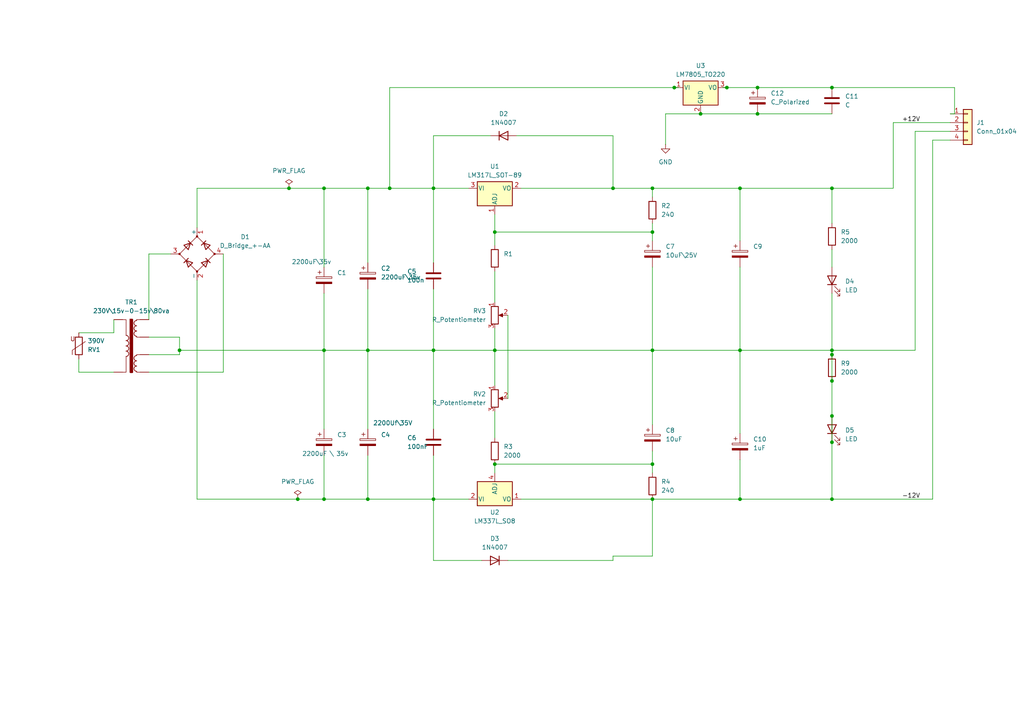
<source format=kicad_sch>
(kicad_sch
	(version 20250114)
	(generator "eeschema")
	(generator_version "9.0")
	(uuid "e6159c28-3a93-4cd1-b74a-ab6c9b22d08a")
	(paper "A4")
	(lib_symbols
		(symbol "C_1"
			(pin_numbers
				(hide yes)
			)
			(pin_names
				(offset 0.254)
			)
			(exclude_from_sim no)
			(in_bom yes)
			(on_board yes)
			(property "Reference" "C"
				(at 0.635 2.54 0)
				(effects
					(font
						(size 1.27 1.27)
					)
					(justify left)
				)
			)
			(property "Value" "C"
				(at 0.635 -2.54 0)
				(effects
					(font
						(size 1.27 1.27)
					)
					(justify left)
				)
			)
			(property "Footprint" ""
				(at 0.9652 -3.81 0)
				(effects
					(font
						(size 1.27 1.27)
					)
					(hide yes)
				)
			)
			(property "Datasheet" "~"
				(at 0 0 0)
				(effects
					(font
						(size 1.27 1.27)
					)
					(hide yes)
				)
			)
			(property "Description" "Unpolarized capacitor"
				(at 0 0 0)
				(effects
					(font
						(size 1.27 1.27)
					)
					(hide yes)
				)
			)
			(property "ki_keywords" "cap capacitor"
				(at 0 0 0)
				(effects
					(font
						(size 1.27 1.27)
					)
					(hide yes)
				)
			)
			(property "ki_fp_filters" "C_*"
				(at 0 0 0)
				(effects
					(font
						(size 1.27 1.27)
					)
					(hide yes)
				)
			)
			(symbol "C_1_0_1"
				(polyline
					(pts
						(xy -2.032 0.762) (xy 2.032 0.762)
					)
					(stroke
						(width 0.508)
						(type default)
					)
					(fill
						(type none)
					)
				)
				(polyline
					(pts
						(xy -2.032 -0.762) (xy 2.032 -0.762)
					)
					(stroke
						(width 0.508)
						(type default)
					)
					(fill
						(type none)
					)
				)
			)
			(symbol "C_1_1_1"
				(pin passive line
					(at 0 3.81 270)
					(length 2.794)
					(name "~"
						(effects
							(font
								(size 1.27 1.27)
							)
						)
					)
					(number "1"
						(effects
							(font
								(size 1.27 1.27)
							)
						)
					)
				)
				(pin passive line
					(at 0 -3.81 90)
					(length 2.794)
					(name "~"
						(effects
							(font
								(size 1.27 1.27)
							)
						)
					)
					(number "2"
						(effects
							(font
								(size 1.27 1.27)
							)
						)
					)
				)
			)
			(embedded_fonts no)
		)
		(symbol "Connector_Generic:Conn_01x04"
			(pin_names
				(offset 1.016)
				(hide yes)
			)
			(exclude_from_sim no)
			(in_bom yes)
			(on_board yes)
			(property "Reference" "J"
				(at 0 5.08 0)
				(effects
					(font
						(size 1.27 1.27)
					)
				)
			)
			(property "Value" "Conn_01x04"
				(at 0 -7.62 0)
				(effects
					(font
						(size 1.27 1.27)
					)
				)
			)
			(property "Footprint" ""
				(at 0 0 0)
				(effects
					(font
						(size 1.27 1.27)
					)
					(hide yes)
				)
			)
			(property "Datasheet" "~"
				(at 0 0 0)
				(effects
					(font
						(size 1.27 1.27)
					)
					(hide yes)
				)
			)
			(property "Description" "Generic connector, single row, 01x04, script generated (kicad-library-utils/schlib/autogen/connector/)"
				(at 0 0 0)
				(effects
					(font
						(size 1.27 1.27)
					)
					(hide yes)
				)
			)
			(property "ki_keywords" "connector"
				(at 0 0 0)
				(effects
					(font
						(size 1.27 1.27)
					)
					(hide yes)
				)
			)
			(property "ki_fp_filters" "Connector*:*_1x??_*"
				(at 0 0 0)
				(effects
					(font
						(size 1.27 1.27)
					)
					(hide yes)
				)
			)
			(symbol "Conn_01x04_1_1"
				(rectangle
					(start -1.27 3.81)
					(end 1.27 -6.35)
					(stroke
						(width 0.254)
						(type default)
					)
					(fill
						(type background)
					)
				)
				(rectangle
					(start -1.27 2.667)
					(end 0 2.413)
					(stroke
						(width 0.1524)
						(type default)
					)
					(fill
						(type none)
					)
				)
				(rectangle
					(start -1.27 0.127)
					(end 0 -0.127)
					(stroke
						(width 0.1524)
						(type default)
					)
					(fill
						(type none)
					)
				)
				(rectangle
					(start -1.27 -2.413)
					(end 0 -2.667)
					(stroke
						(width 0.1524)
						(type default)
					)
					(fill
						(type none)
					)
				)
				(rectangle
					(start -1.27 -4.953)
					(end 0 -5.207)
					(stroke
						(width 0.1524)
						(type default)
					)
					(fill
						(type none)
					)
				)
				(pin passive line
					(at -5.08 2.54 0)
					(length 3.81)
					(name "Pin_1"
						(effects
							(font
								(size 1.27 1.27)
							)
						)
					)
					(number "1"
						(effects
							(font
								(size 1.27 1.27)
							)
						)
					)
				)
				(pin passive line
					(at -5.08 0 0)
					(length 3.81)
					(name "Pin_2"
						(effects
							(font
								(size 1.27 1.27)
							)
						)
					)
					(number "2"
						(effects
							(font
								(size 1.27 1.27)
							)
						)
					)
				)
				(pin passive line
					(at -5.08 -2.54 0)
					(length 3.81)
					(name "Pin_3"
						(effects
							(font
								(size 1.27 1.27)
							)
						)
					)
					(number "3"
						(effects
							(font
								(size 1.27 1.27)
							)
						)
					)
				)
				(pin passive line
					(at -5.08 -5.08 0)
					(length 3.81)
					(name "Pin_4"
						(effects
							(font
								(size 1.27 1.27)
							)
						)
					)
					(number "4"
						(effects
							(font
								(size 1.27 1.27)
							)
						)
					)
				)
			)
			(embedded_fonts no)
		)
		(symbol "Device:C"
			(pin_numbers
				(hide yes)
			)
			(pin_names
				(offset 0.254)
			)
			(exclude_from_sim no)
			(in_bom yes)
			(on_board yes)
			(property "Reference" "C"
				(at 0.635 2.54 0)
				(effects
					(font
						(size 1.27 1.27)
					)
					(justify left)
				)
			)
			(property "Value" "C"
				(at 0.635 -2.54 0)
				(effects
					(font
						(size 1.27 1.27)
					)
					(justify left)
				)
			)
			(property "Footprint" ""
				(at 0.9652 -3.81 0)
				(effects
					(font
						(size 1.27 1.27)
					)
					(hide yes)
				)
			)
			(property "Datasheet" "~"
				(at 0 0 0)
				(effects
					(font
						(size 1.27 1.27)
					)
					(hide yes)
				)
			)
			(property "Description" "Unpolarized capacitor"
				(at 0 0 0)
				(effects
					(font
						(size 1.27 1.27)
					)
					(hide yes)
				)
			)
			(property "ki_keywords" "cap capacitor"
				(at 0 0 0)
				(effects
					(font
						(size 1.27 1.27)
					)
					(hide yes)
				)
			)
			(property "ki_fp_filters" "C_*"
				(at 0 0 0)
				(effects
					(font
						(size 1.27 1.27)
					)
					(hide yes)
				)
			)
			(symbol "C_0_1"
				(polyline
					(pts
						(xy -2.032 0.762) (xy 2.032 0.762)
					)
					(stroke
						(width 0.508)
						(type default)
					)
					(fill
						(type none)
					)
				)
				(polyline
					(pts
						(xy -2.032 -0.762) (xy 2.032 -0.762)
					)
					(stroke
						(width 0.508)
						(type default)
					)
					(fill
						(type none)
					)
				)
			)
			(symbol "C_1_1"
				(pin passive line
					(at 0 3.81 270)
					(length 2.794)
					(name "~"
						(effects
							(font
								(size 1.27 1.27)
							)
						)
					)
					(number "1"
						(effects
							(font
								(size 1.27 1.27)
							)
						)
					)
				)
				(pin passive line
					(at 0 -3.81 90)
					(length 2.794)
					(name "~"
						(effects
							(font
								(size 1.27 1.27)
							)
						)
					)
					(number "2"
						(effects
							(font
								(size 1.27 1.27)
							)
						)
					)
				)
			)
			(embedded_fonts no)
		)
		(symbol "Device:C_Polarized"
			(pin_numbers
				(hide yes)
			)
			(pin_names
				(offset 0.254)
			)
			(exclude_from_sim no)
			(in_bom yes)
			(on_board yes)
			(property "Reference" "C"
				(at 0.635 2.54 0)
				(effects
					(font
						(size 1.27 1.27)
					)
					(justify left)
				)
			)
			(property "Value" "C_Polarized"
				(at 0.635 -2.54 0)
				(effects
					(font
						(size 1.27 1.27)
					)
					(justify left)
				)
			)
			(property "Footprint" ""
				(at 0.9652 -3.81 0)
				(effects
					(font
						(size 1.27 1.27)
					)
					(hide yes)
				)
			)
			(property "Datasheet" "~"
				(at 0 0 0)
				(effects
					(font
						(size 1.27 1.27)
					)
					(hide yes)
				)
			)
			(property "Description" "Polarized capacitor"
				(at 0 0 0)
				(effects
					(font
						(size 1.27 1.27)
					)
					(hide yes)
				)
			)
			(property "ki_keywords" "cap capacitor"
				(at 0 0 0)
				(effects
					(font
						(size 1.27 1.27)
					)
					(hide yes)
				)
			)
			(property "ki_fp_filters" "CP_*"
				(at 0 0 0)
				(effects
					(font
						(size 1.27 1.27)
					)
					(hide yes)
				)
			)
			(symbol "C_Polarized_0_1"
				(rectangle
					(start -2.286 0.508)
					(end 2.286 1.016)
					(stroke
						(width 0)
						(type default)
					)
					(fill
						(type none)
					)
				)
				(polyline
					(pts
						(xy -1.778 2.286) (xy -0.762 2.286)
					)
					(stroke
						(width 0)
						(type default)
					)
					(fill
						(type none)
					)
				)
				(polyline
					(pts
						(xy -1.27 2.794) (xy -1.27 1.778)
					)
					(stroke
						(width 0)
						(type default)
					)
					(fill
						(type none)
					)
				)
				(rectangle
					(start 2.286 -0.508)
					(end -2.286 -1.016)
					(stroke
						(width 0)
						(type default)
					)
					(fill
						(type outline)
					)
				)
			)
			(symbol "C_Polarized_1_1"
				(pin passive line
					(at 0 3.81 270)
					(length 2.794)
					(name "~"
						(effects
							(font
								(size 1.27 1.27)
							)
						)
					)
					(number "1"
						(effects
							(font
								(size 1.27 1.27)
							)
						)
					)
				)
				(pin passive line
					(at 0 -3.81 90)
					(length 2.794)
					(name "~"
						(effects
							(font
								(size 1.27 1.27)
							)
						)
					)
					(number "2"
						(effects
							(font
								(size 1.27 1.27)
							)
						)
					)
				)
			)
			(embedded_fonts no)
		)
		(symbol "Device:D_Bridge_+-AA"
			(pin_names
				(offset 0)
			)
			(exclude_from_sim no)
			(in_bom yes)
			(on_board yes)
			(property "Reference" "D"
				(at 2.54 6.985 0)
				(effects
					(font
						(size 1.27 1.27)
					)
					(justify left)
				)
			)
			(property "Value" "D_Bridge_+-AA"
				(at 2.54 5.08 0)
				(effects
					(font
						(size 1.27 1.27)
					)
					(justify left)
				)
			)
			(property "Footprint" ""
				(at 0 0 0)
				(effects
					(font
						(size 1.27 1.27)
					)
					(hide yes)
				)
			)
			(property "Datasheet" "~"
				(at 0 0 0)
				(effects
					(font
						(size 1.27 1.27)
					)
					(hide yes)
				)
			)
			(property "Description" "Diode bridge, +ve/-ve/AC/AC"
				(at 0 0 0)
				(effects
					(font
						(size 1.27 1.27)
					)
					(hide yes)
				)
			)
			(property "ki_keywords" "rectifier ACDC"
				(at 0 0 0)
				(effects
					(font
						(size 1.27 1.27)
					)
					(hide yes)
				)
			)
			(property "ki_fp_filters" "D*Bridge* D*Rectifier*"
				(at 0 0 0)
				(effects
					(font
						(size 1.27 1.27)
					)
					(hide yes)
				)
			)
			(symbol "D_Bridge_+-AA_0_1"
				(circle
					(center -5.08 0)
					(radius 0.254)
					(stroke
						(width 0)
						(type default)
					)
					(fill
						(type outline)
					)
				)
				(polyline
					(pts
						(xy -5.08 0) (xy 0 -5.08) (xy 5.08 0) (xy 0 5.08) (xy -5.08 0)
					)
					(stroke
						(width 0)
						(type default)
					)
					(fill
						(type none)
					)
				)
				(polyline
					(pts
						(xy -3.81 2.54) (xy -2.54 1.27) (xy -1.905 3.175) (xy -3.81 2.54)
					)
					(stroke
						(width 0.254)
						(type default)
					)
					(fill
						(type none)
					)
				)
				(polyline
					(pts
						(xy -2.54 3.81) (xy -1.27 2.54)
					)
					(stroke
						(width 0.254)
						(type default)
					)
					(fill
						(type none)
					)
				)
				(polyline
					(pts
						(xy -2.54 -1.27) (xy -3.81 -2.54) (xy -1.905 -3.175) (xy -2.54 -1.27)
					)
					(stroke
						(width 0.254)
						(type default)
					)
					(fill
						(type none)
					)
				)
				(polyline
					(pts
						(xy -1.27 -2.54) (xy -2.54 -3.81)
					)
					(stroke
						(width 0.254)
						(type default)
					)
					(fill
						(type none)
					)
				)
				(circle
					(center 0 5.08)
					(radius 0.254)
					(stroke
						(width 0)
						(type default)
					)
					(fill
						(type outline)
					)
				)
				(circle
					(center 0 -5.08)
					(radius 0.254)
					(stroke
						(width 0)
						(type default)
					)
					(fill
						(type outline)
					)
				)
				(polyline
					(pts
						(xy 1.27 2.54) (xy 2.54 3.81) (xy 3.175 1.905) (xy 1.27 2.54)
					)
					(stroke
						(width 0.254)
						(type default)
					)
					(fill
						(type none)
					)
				)
				(polyline
					(pts
						(xy 2.54 1.27) (xy 3.81 2.54)
					)
					(stroke
						(width 0.254)
						(type default)
					)
					(fill
						(type none)
					)
				)
				(polyline
					(pts
						(xy 2.54 -1.27) (xy 3.81 -2.54)
					)
					(stroke
						(width 0.254)
						(type default)
					)
					(fill
						(type none)
					)
				)
				(polyline
					(pts
						(xy 3.175 -1.905) (xy 1.27 -2.54) (xy 2.54 -3.81) (xy 3.175 -1.905)
					)
					(stroke
						(width 0.254)
						(type default)
					)
					(fill
						(type none)
					)
				)
				(circle
					(center 5.08 0)
					(radius 0.254)
					(stroke
						(width 0)
						(type default)
					)
					(fill
						(type outline)
					)
				)
			)
			(symbol "D_Bridge_+-AA_1_1"
				(pin passive line
					(at -7.62 0 0)
					(length 2.54)
					(name "-"
						(effects
							(font
								(size 1.27 1.27)
							)
						)
					)
					(number "2"
						(effects
							(font
								(size 1.27 1.27)
							)
						)
					)
				)
				(pin passive line
					(at 0 7.62 270)
					(length 2.54)
					(name "~"
						(effects
							(font
								(size 1.27 1.27)
							)
						)
					)
					(number "3"
						(effects
							(font
								(size 1.27 1.27)
							)
						)
					)
				)
				(pin passive line
					(at 0 -7.62 90)
					(length 2.54)
					(name "~"
						(effects
							(font
								(size 1.27 1.27)
							)
						)
					)
					(number "4"
						(effects
							(font
								(size 1.27 1.27)
							)
						)
					)
				)
				(pin passive line
					(at 7.62 0 180)
					(length 2.54)
					(name "+"
						(effects
							(font
								(size 1.27 1.27)
							)
						)
					)
					(number "1"
						(effects
							(font
								(size 1.27 1.27)
							)
						)
					)
				)
			)
			(embedded_fonts no)
		)
		(symbol "Device:LED"
			(pin_numbers
				(hide yes)
			)
			(pin_names
				(offset 1.016)
				(hide yes)
			)
			(exclude_from_sim no)
			(in_bom yes)
			(on_board yes)
			(property "Reference" "D"
				(at 0 2.54 0)
				(effects
					(font
						(size 1.27 1.27)
					)
				)
			)
			(property "Value" "LED"
				(at 0 -2.54 0)
				(effects
					(font
						(size 1.27 1.27)
					)
				)
			)
			(property "Footprint" ""
				(at 0 0 0)
				(effects
					(font
						(size 1.27 1.27)
					)
					(hide yes)
				)
			)
			(property "Datasheet" "~"
				(at 0 0 0)
				(effects
					(font
						(size 1.27 1.27)
					)
					(hide yes)
				)
			)
			(property "Description" "Light emitting diode"
				(at 0 0 0)
				(effects
					(font
						(size 1.27 1.27)
					)
					(hide yes)
				)
			)
			(property "Sim.Pins" "1=K 2=A"
				(at 0 0 0)
				(effects
					(font
						(size 1.27 1.27)
					)
					(hide yes)
				)
			)
			(property "ki_keywords" "LED diode"
				(at 0 0 0)
				(effects
					(font
						(size 1.27 1.27)
					)
					(hide yes)
				)
			)
			(property "ki_fp_filters" "LED* LED_SMD:* LED_THT:*"
				(at 0 0 0)
				(effects
					(font
						(size 1.27 1.27)
					)
					(hide yes)
				)
			)
			(symbol "LED_0_1"
				(polyline
					(pts
						(xy -3.048 -0.762) (xy -4.572 -2.286) (xy -3.81 -2.286) (xy -4.572 -2.286) (xy -4.572 -1.524)
					)
					(stroke
						(width 0)
						(type default)
					)
					(fill
						(type none)
					)
				)
				(polyline
					(pts
						(xy -1.778 -0.762) (xy -3.302 -2.286) (xy -2.54 -2.286) (xy -3.302 -2.286) (xy -3.302 -1.524)
					)
					(stroke
						(width 0)
						(type default)
					)
					(fill
						(type none)
					)
				)
				(polyline
					(pts
						(xy -1.27 0) (xy 1.27 0)
					)
					(stroke
						(width 0)
						(type default)
					)
					(fill
						(type none)
					)
				)
				(polyline
					(pts
						(xy -1.27 -1.27) (xy -1.27 1.27)
					)
					(stroke
						(width 0.254)
						(type default)
					)
					(fill
						(type none)
					)
				)
				(polyline
					(pts
						(xy 1.27 -1.27) (xy 1.27 1.27) (xy -1.27 0) (xy 1.27 -1.27)
					)
					(stroke
						(width 0.254)
						(type default)
					)
					(fill
						(type none)
					)
				)
			)
			(symbol "LED_1_1"
				(pin passive line
					(at -3.81 0 0)
					(length 2.54)
					(name "K"
						(effects
							(font
								(size 1.27 1.27)
							)
						)
					)
					(number "1"
						(effects
							(font
								(size 1.27 1.27)
							)
						)
					)
				)
				(pin passive line
					(at 3.81 0 180)
					(length 2.54)
					(name "A"
						(effects
							(font
								(size 1.27 1.27)
							)
						)
					)
					(number "2"
						(effects
							(font
								(size 1.27 1.27)
							)
						)
					)
				)
			)
			(embedded_fonts no)
		)
		(symbol "Device:R"
			(pin_numbers
				(hide yes)
			)
			(pin_names
				(offset 0)
			)
			(exclude_from_sim no)
			(in_bom yes)
			(on_board yes)
			(property "Reference" "R"
				(at 2.032 0 90)
				(effects
					(font
						(size 1.27 1.27)
					)
				)
			)
			(property "Value" "R"
				(at 0 0 90)
				(effects
					(font
						(size 1.27 1.27)
					)
				)
			)
			(property "Footprint" ""
				(at -1.778 0 90)
				(effects
					(font
						(size 1.27 1.27)
					)
					(hide yes)
				)
			)
			(property "Datasheet" "~"
				(at 0 0 0)
				(effects
					(font
						(size 1.27 1.27)
					)
					(hide yes)
				)
			)
			(property "Description" "Resistor"
				(at 0 0 0)
				(effects
					(font
						(size 1.27 1.27)
					)
					(hide yes)
				)
			)
			(property "ki_keywords" "R res resistor"
				(at 0 0 0)
				(effects
					(font
						(size 1.27 1.27)
					)
					(hide yes)
				)
			)
			(property "ki_fp_filters" "R_*"
				(at 0 0 0)
				(effects
					(font
						(size 1.27 1.27)
					)
					(hide yes)
				)
			)
			(symbol "R_0_1"
				(rectangle
					(start -1.016 -2.54)
					(end 1.016 2.54)
					(stroke
						(width 0.254)
						(type default)
					)
					(fill
						(type none)
					)
				)
			)
			(symbol "R_1_1"
				(pin passive line
					(at 0 3.81 270)
					(length 1.27)
					(name "~"
						(effects
							(font
								(size 1.27 1.27)
							)
						)
					)
					(number "1"
						(effects
							(font
								(size 1.27 1.27)
							)
						)
					)
				)
				(pin passive line
					(at 0 -3.81 90)
					(length 1.27)
					(name "~"
						(effects
							(font
								(size 1.27 1.27)
							)
						)
					)
					(number "2"
						(effects
							(font
								(size 1.27 1.27)
							)
						)
					)
				)
			)
			(embedded_fonts no)
		)
		(symbol "Device:R_Potentiometer"
			(pin_names
				(offset 1.016)
				(hide yes)
			)
			(exclude_from_sim no)
			(in_bom yes)
			(on_board yes)
			(property "Reference" "RV"
				(at -4.445 0 90)
				(effects
					(font
						(size 1.27 1.27)
					)
				)
			)
			(property "Value" "R_Potentiometer"
				(at -2.54 0 90)
				(effects
					(font
						(size 1.27 1.27)
					)
				)
			)
			(property "Footprint" ""
				(at 0 0 0)
				(effects
					(font
						(size 1.27 1.27)
					)
					(hide yes)
				)
			)
			(property "Datasheet" "~"
				(at 0 0 0)
				(effects
					(font
						(size 1.27 1.27)
					)
					(hide yes)
				)
			)
			(property "Description" "Potentiometer"
				(at 0 0 0)
				(effects
					(font
						(size 1.27 1.27)
					)
					(hide yes)
				)
			)
			(property "ki_keywords" "resistor variable"
				(at 0 0 0)
				(effects
					(font
						(size 1.27 1.27)
					)
					(hide yes)
				)
			)
			(property "ki_fp_filters" "Potentiometer*"
				(at 0 0 0)
				(effects
					(font
						(size 1.27 1.27)
					)
					(hide yes)
				)
			)
			(symbol "R_Potentiometer_0_1"
				(rectangle
					(start 1.016 2.54)
					(end -1.016 -2.54)
					(stroke
						(width 0.254)
						(type default)
					)
					(fill
						(type none)
					)
				)
				(polyline
					(pts
						(xy 1.143 0) (xy 2.286 0.508) (xy 2.286 -0.508) (xy 1.143 0)
					)
					(stroke
						(width 0)
						(type default)
					)
					(fill
						(type outline)
					)
				)
				(polyline
					(pts
						(xy 2.54 0) (xy 1.524 0)
					)
					(stroke
						(width 0)
						(type default)
					)
					(fill
						(type none)
					)
				)
			)
			(symbol "R_Potentiometer_1_1"
				(pin passive line
					(at 0 3.81 270)
					(length 1.27)
					(name "1"
						(effects
							(font
								(size 1.27 1.27)
							)
						)
					)
					(number "1"
						(effects
							(font
								(size 1.27 1.27)
							)
						)
					)
				)
				(pin passive line
					(at 0 -3.81 90)
					(length 1.27)
					(name "3"
						(effects
							(font
								(size 1.27 1.27)
							)
						)
					)
					(number "3"
						(effects
							(font
								(size 1.27 1.27)
							)
						)
					)
				)
				(pin passive line
					(at 3.81 0 180)
					(length 1.27)
					(name "2"
						(effects
							(font
								(size 1.27 1.27)
							)
						)
					)
					(number "2"
						(effects
							(font
								(size 1.27 1.27)
							)
						)
					)
				)
			)
			(embedded_fonts no)
		)
		(symbol "Device:Varistor"
			(pin_numbers
				(hide yes)
			)
			(pin_names
				(offset 0)
			)
			(exclude_from_sim no)
			(in_bom yes)
			(on_board yes)
			(property "Reference" "RV"
				(at 3.175 0 90)
				(effects
					(font
						(size 1.27 1.27)
					)
				)
			)
			(property "Value" "Varistor"
				(at -3.175 0 90)
				(effects
					(font
						(size 1.27 1.27)
					)
				)
			)
			(property "Footprint" ""
				(at -1.778 0 90)
				(effects
					(font
						(size 1.27 1.27)
					)
					(hide yes)
				)
			)
			(property "Datasheet" "~"
				(at 0 0 0)
				(effects
					(font
						(size 1.27 1.27)
					)
					(hide yes)
				)
			)
			(property "Description" "Voltage dependent resistor"
				(at 0 0 0)
				(effects
					(font
						(size 1.27 1.27)
					)
					(hide yes)
				)
			)
			(property "Sim.Name" "kicad_builtin_varistor"
				(at 0 0 0)
				(effects
					(font
						(size 1.27 1.27)
					)
					(hide yes)
				)
			)
			(property "Sim.Device" "SUBCKT"
				(at 0 0 0)
				(effects
					(font
						(size 1.27 1.27)
					)
					(hide yes)
				)
			)
			(property "Sim.Pins" "1=A 2=B"
				(at 0 0 0)
				(effects
					(font
						(size 1.27 1.27)
					)
					(hide yes)
				)
			)
			(property "Sim.Params" "threshold=1k"
				(at 0 0 0)
				(effects
					(font
						(size 1.27 1.27)
					)
					(hide yes)
				)
			)
			(property "Sim.Library" "${KICAD9_SYMBOL_DIR}/Simulation_SPICE.sp"
				(at 0 0 0)
				(effects
					(font
						(size 1.27 1.27)
					)
					(hide yes)
				)
			)
			(property "ki_keywords" "VDR resistance"
				(at 0 0 0)
				(effects
					(font
						(size 1.27 1.27)
					)
					(hide yes)
				)
			)
			(property "ki_fp_filters" "RV_* Varistor*"
				(at 0 0 0)
				(effects
					(font
						(size 1.27 1.27)
					)
					(hide yes)
				)
			)
			(symbol "Varistor_0_0"
				(text "U"
					(at -1.778 -2.032 0)
					(effects
						(font
							(size 1.27 1.27)
						)
					)
				)
			)
			(symbol "Varistor_0_1"
				(polyline
					(pts
						(xy -1.905 2.54) (xy -1.905 1.27) (xy 1.905 -1.27)
					)
					(stroke
						(width 0)
						(type default)
					)
					(fill
						(type none)
					)
				)
				(rectangle
					(start -1.016 -2.54)
					(end 1.016 2.54)
					(stroke
						(width 0.254)
						(type default)
					)
					(fill
						(type none)
					)
				)
			)
			(symbol "Varistor_1_1"
				(pin passive line
					(at 0 3.81 270)
					(length 1.27)
					(name "~"
						(effects
							(font
								(size 1.27 1.27)
							)
						)
					)
					(number "1"
						(effects
							(font
								(size 1.27 1.27)
							)
						)
					)
				)
				(pin passive line
					(at 0 -3.81 90)
					(length 1.27)
					(name "~"
						(effects
							(font
								(size 1.27 1.27)
							)
						)
					)
					(number "2"
						(effects
							(font
								(size 1.27 1.27)
							)
						)
					)
				)
			)
			(embedded_fonts no)
		)
		(symbol "Diode:1N4007"
			(pin_numbers
				(hide yes)
			)
			(pin_names
				(hide yes)
			)
			(exclude_from_sim no)
			(in_bom yes)
			(on_board yes)
			(property "Reference" "D"
				(at 0 2.54 0)
				(effects
					(font
						(size 1.27 1.27)
					)
				)
			)
			(property "Value" "1N4007"
				(at 0 -2.54 0)
				(effects
					(font
						(size 1.27 1.27)
					)
				)
			)
			(property "Footprint" "Diode_THT:D_DO-41_SOD81_P10.16mm_Horizontal"
				(at 0 -4.445 0)
				(effects
					(font
						(size 1.27 1.27)
					)
					(hide yes)
				)
			)
			(property "Datasheet" "http://www.vishay.com/docs/88503/1n4001.pdf"
				(at 0 0 0)
				(effects
					(font
						(size 1.27 1.27)
					)
					(hide yes)
				)
			)
			(property "Description" "1000V 1A General Purpose Rectifier Diode, DO-41"
				(at 0 0 0)
				(effects
					(font
						(size 1.27 1.27)
					)
					(hide yes)
				)
			)
			(property "Sim.Device" "D"
				(at 0 0 0)
				(effects
					(font
						(size 1.27 1.27)
					)
					(hide yes)
				)
			)
			(property "Sim.Pins" "1=K 2=A"
				(at 0 0 0)
				(effects
					(font
						(size 1.27 1.27)
					)
					(hide yes)
				)
			)
			(property "ki_keywords" "diode"
				(at 0 0 0)
				(effects
					(font
						(size 1.27 1.27)
					)
					(hide yes)
				)
			)
			(property "ki_fp_filters" "D*DO?41*"
				(at 0 0 0)
				(effects
					(font
						(size 1.27 1.27)
					)
					(hide yes)
				)
			)
			(symbol "1N4007_0_1"
				(polyline
					(pts
						(xy -1.27 1.27) (xy -1.27 -1.27)
					)
					(stroke
						(width 0.254)
						(type default)
					)
					(fill
						(type none)
					)
				)
				(polyline
					(pts
						(xy 1.27 1.27) (xy 1.27 -1.27) (xy -1.27 0) (xy 1.27 1.27)
					)
					(stroke
						(width 0.254)
						(type default)
					)
					(fill
						(type none)
					)
				)
				(polyline
					(pts
						(xy 1.27 0) (xy -1.27 0)
					)
					(stroke
						(width 0)
						(type default)
					)
					(fill
						(type none)
					)
				)
			)
			(symbol "1N4007_1_1"
				(pin passive line
					(at -3.81 0 0)
					(length 2.54)
					(name "K"
						(effects
							(font
								(size 1.27 1.27)
							)
						)
					)
					(number "1"
						(effects
							(font
								(size 1.27 1.27)
							)
						)
					)
				)
				(pin passive line
					(at 3.81 0 180)
					(length 2.54)
					(name "A"
						(effects
							(font
								(size 1.27 1.27)
							)
						)
					)
					(number "2"
						(effects
							(font
								(size 1.27 1.27)
							)
						)
					)
				)
			)
			(embedded_fonts no)
		)
		(symbol "LED_1"
			(pin_numbers
				(hide yes)
			)
			(pin_names
				(offset 1.016)
				(hide yes)
			)
			(exclude_from_sim no)
			(in_bom yes)
			(on_board yes)
			(property "Reference" "D"
				(at 0 2.54 0)
				(effects
					(font
						(size 1.27 1.27)
					)
				)
			)
			(property "Value" "LED"
				(at 0 -2.54 0)
				(effects
					(font
						(size 1.27 1.27)
					)
				)
			)
			(property "Footprint" ""
				(at 0 0 0)
				(effects
					(font
						(size 1.27 1.27)
					)
					(hide yes)
				)
			)
			(property "Datasheet" "~"
				(at 0 0 0)
				(effects
					(font
						(size 1.27 1.27)
					)
					(hide yes)
				)
			)
			(property "Description" "Light emitting diode"
				(at 0 0 0)
				(effects
					(font
						(size 1.27 1.27)
					)
					(hide yes)
				)
			)
			(property "Sim.Pins" "1=K 2=A"
				(at 0 0 0)
				(effects
					(font
						(size 1.27 1.27)
					)
					(hide yes)
				)
			)
			(property "ki_keywords" "LED diode"
				(at 0 0 0)
				(effects
					(font
						(size 1.27 1.27)
					)
					(hide yes)
				)
			)
			(property "ki_fp_filters" "LED* LED_SMD:* LED_THT:*"
				(at 0 0 0)
				(effects
					(font
						(size 1.27 1.27)
					)
					(hide yes)
				)
			)
			(symbol "LED_1_0_1"
				(polyline
					(pts
						(xy -3.048 -0.762) (xy -4.572 -2.286) (xy -3.81 -2.286) (xy -4.572 -2.286) (xy -4.572 -1.524)
					)
					(stroke
						(width 0)
						(type default)
					)
					(fill
						(type none)
					)
				)
				(polyline
					(pts
						(xy -1.778 -0.762) (xy -3.302 -2.286) (xy -2.54 -2.286) (xy -3.302 -2.286) (xy -3.302 -1.524)
					)
					(stroke
						(width 0)
						(type default)
					)
					(fill
						(type none)
					)
				)
				(polyline
					(pts
						(xy -1.27 0) (xy 1.27 0)
					)
					(stroke
						(width 0)
						(type default)
					)
					(fill
						(type none)
					)
				)
				(polyline
					(pts
						(xy -1.27 -1.27) (xy -1.27 1.27)
					)
					(stroke
						(width 0.254)
						(type default)
					)
					(fill
						(type none)
					)
				)
				(polyline
					(pts
						(xy 1.27 -1.27) (xy 1.27 1.27) (xy -1.27 0) (xy 1.27 -1.27)
					)
					(stroke
						(width 0.254)
						(type default)
					)
					(fill
						(type none)
					)
				)
			)
			(symbol "LED_1_1_1"
				(pin passive line
					(at -3.81 0 0)
					(length 2.54)
					(name "K"
						(effects
							(font
								(size 1.27 1.27)
							)
						)
					)
					(number "1"
						(effects
							(font
								(size 1.27 1.27)
							)
						)
					)
				)
				(pin passive line
					(at 3.81 0 180)
					(length 2.54)
					(name "A"
						(effects
							(font
								(size 1.27 1.27)
							)
						)
					)
					(number "2"
						(effects
							(font
								(size 1.27 1.27)
							)
						)
					)
				)
			)
			(embedded_fonts no)
		)
		(symbol "R_1"
			(pin_numbers
				(hide yes)
			)
			(pin_names
				(offset 0)
			)
			(exclude_from_sim no)
			(in_bom yes)
			(on_board yes)
			(property "Reference" "R"
				(at 2.032 0 90)
				(effects
					(font
						(size 1.27 1.27)
					)
				)
			)
			(property "Value" "R"
				(at 0 0 90)
				(effects
					(font
						(size 1.27 1.27)
					)
				)
			)
			(property "Footprint" ""
				(at -1.778 0 90)
				(effects
					(font
						(size 1.27 1.27)
					)
					(hide yes)
				)
			)
			(property "Datasheet" "~"
				(at 0 0 0)
				(effects
					(font
						(size 1.27 1.27)
					)
					(hide yes)
				)
			)
			(property "Description" "Resistor"
				(at 0 0 0)
				(effects
					(font
						(size 1.27 1.27)
					)
					(hide yes)
				)
			)
			(property "ki_keywords" "R res resistor"
				(at 0 0 0)
				(effects
					(font
						(size 1.27 1.27)
					)
					(hide yes)
				)
			)
			(property "ki_fp_filters" "R_*"
				(at 0 0 0)
				(effects
					(font
						(size 1.27 1.27)
					)
					(hide yes)
				)
			)
			(symbol "R_1_0_1"
				(rectangle
					(start -1.016 -2.54)
					(end 1.016 2.54)
					(stroke
						(width 0.254)
						(type default)
					)
					(fill
						(type none)
					)
				)
			)
			(symbol "R_1_1_1"
				(pin passive line
					(at 0 3.81 270)
					(length 1.27)
					(name "~"
						(effects
							(font
								(size 1.27 1.27)
							)
						)
					)
					(number "1"
						(effects
							(font
								(size 1.27 1.27)
							)
						)
					)
				)
				(pin passive line
					(at 0 -3.81 90)
					(length 1.27)
					(name "~"
						(effects
							(font
								(size 1.27 1.27)
							)
						)
					)
					(number "2"
						(effects
							(font
								(size 1.27 1.27)
							)
						)
					)
				)
			)
			(embedded_fonts no)
		)
		(symbol "R_2"
			(pin_numbers
				(hide yes)
			)
			(pin_names
				(offset 0)
			)
			(exclude_from_sim no)
			(in_bom yes)
			(on_board yes)
			(property "Reference" "R"
				(at 2.032 0 90)
				(effects
					(font
						(size 1.27 1.27)
					)
				)
			)
			(property "Value" "R"
				(at 0 0 90)
				(effects
					(font
						(size 1.27 1.27)
					)
				)
			)
			(property "Footprint" ""
				(at -1.778 0 90)
				(effects
					(font
						(size 1.27 1.27)
					)
					(hide yes)
				)
			)
			(property "Datasheet" "~"
				(at 0 0 0)
				(effects
					(font
						(size 1.27 1.27)
					)
					(hide yes)
				)
			)
			(property "Description" "Resistor"
				(at 0 0 0)
				(effects
					(font
						(size 1.27 1.27)
					)
					(hide yes)
				)
			)
			(property "ki_keywords" "R res resistor"
				(at 0 0 0)
				(effects
					(font
						(size 1.27 1.27)
					)
					(hide yes)
				)
			)
			(property "ki_fp_filters" "R_*"
				(at 0 0 0)
				(effects
					(font
						(size 1.27 1.27)
					)
					(hide yes)
				)
			)
			(symbol "R_2_0_1"
				(rectangle
					(start -1.016 -2.54)
					(end 1.016 2.54)
					(stroke
						(width 0.254)
						(type default)
					)
					(fill
						(type none)
					)
				)
			)
			(symbol "R_2_1_1"
				(pin passive line
					(at 0 3.81 270)
					(length 1.27)
					(name "~"
						(effects
							(font
								(size 1.27 1.27)
							)
						)
					)
					(number "1"
						(effects
							(font
								(size 1.27 1.27)
							)
						)
					)
				)
				(pin passive line
					(at 0 -3.81 90)
					(length 1.27)
					(name "~"
						(effects
							(font
								(size 1.27 1.27)
							)
						)
					)
					(number "2"
						(effects
							(font
								(size 1.27 1.27)
							)
						)
					)
				)
			)
			(embedded_fonts no)
		)
		(symbol "R_3"
			(pin_numbers
				(hide yes)
			)
			(pin_names
				(offset 0)
			)
			(exclude_from_sim no)
			(in_bom yes)
			(on_board yes)
			(property "Reference" "R"
				(at 2.032 0 90)
				(effects
					(font
						(size 1.27 1.27)
					)
				)
			)
			(property "Value" "R"
				(at 0 0 90)
				(effects
					(font
						(size 1.27 1.27)
					)
				)
			)
			(property "Footprint" ""
				(at -1.778 0 90)
				(effects
					(font
						(size 1.27 1.27)
					)
					(hide yes)
				)
			)
			(property "Datasheet" "~"
				(at 0 0 0)
				(effects
					(font
						(size 1.27 1.27)
					)
					(hide yes)
				)
			)
			(property "Description" "Resistor"
				(at 0 0 0)
				(effects
					(font
						(size 1.27 1.27)
					)
					(hide yes)
				)
			)
			(property "ki_keywords" "R res resistor"
				(at 0 0 0)
				(effects
					(font
						(size 1.27 1.27)
					)
					(hide yes)
				)
			)
			(property "ki_fp_filters" "R_*"
				(at 0 0 0)
				(effects
					(font
						(size 1.27 1.27)
					)
					(hide yes)
				)
			)
			(symbol "R_3_0_1"
				(rectangle
					(start -1.016 -2.54)
					(end 1.016 2.54)
					(stroke
						(width 0.254)
						(type default)
					)
					(fill
						(type none)
					)
				)
			)
			(symbol "R_3_1_1"
				(pin passive line
					(at 0 3.81 270)
					(length 1.27)
					(name "~"
						(effects
							(font
								(size 1.27 1.27)
							)
						)
					)
					(number "1"
						(effects
							(font
								(size 1.27 1.27)
							)
						)
					)
				)
				(pin passive line
					(at 0 -3.81 90)
					(length 1.27)
					(name "~"
						(effects
							(font
								(size 1.27 1.27)
							)
						)
					)
					(number "2"
						(effects
							(font
								(size 1.27 1.27)
							)
						)
					)
				)
			)
			(embedded_fonts no)
		)
		(symbol "R_4"
			(pin_numbers
				(hide yes)
			)
			(pin_names
				(offset 0)
			)
			(exclude_from_sim no)
			(in_bom yes)
			(on_board yes)
			(property "Reference" "R"
				(at 2.032 0 90)
				(effects
					(font
						(size 1.27 1.27)
					)
				)
			)
			(property "Value" "R"
				(at 0 0 90)
				(effects
					(font
						(size 1.27 1.27)
					)
				)
			)
			(property "Footprint" ""
				(at -1.778 0 90)
				(effects
					(font
						(size 1.27 1.27)
					)
					(hide yes)
				)
			)
			(property "Datasheet" "~"
				(at 0 0 0)
				(effects
					(font
						(size 1.27 1.27)
					)
					(hide yes)
				)
			)
			(property "Description" "Resistor"
				(at 0 0 0)
				(effects
					(font
						(size 1.27 1.27)
					)
					(hide yes)
				)
			)
			(property "ki_keywords" "R res resistor"
				(at 0 0 0)
				(effects
					(font
						(size 1.27 1.27)
					)
					(hide yes)
				)
			)
			(property "ki_fp_filters" "R_*"
				(at 0 0 0)
				(effects
					(font
						(size 1.27 1.27)
					)
					(hide yes)
				)
			)
			(symbol "R_4_0_1"
				(rectangle
					(start -1.016 -2.54)
					(end 1.016 2.54)
					(stroke
						(width 0.254)
						(type default)
					)
					(fill
						(type none)
					)
				)
			)
			(symbol "R_4_1_1"
				(pin passive line
					(at 0 3.81 270)
					(length 1.27)
					(name "~"
						(effects
							(font
								(size 1.27 1.27)
							)
						)
					)
					(number "1"
						(effects
							(font
								(size 1.27 1.27)
							)
						)
					)
				)
				(pin passive line
					(at 0 -3.81 90)
					(length 1.27)
					(name "~"
						(effects
							(font
								(size 1.27 1.27)
							)
						)
					)
					(number "2"
						(effects
							(font
								(size 1.27 1.27)
							)
						)
					)
				)
			)
			(embedded_fonts no)
		)
		(symbol "R_5"
			(pin_numbers
				(hide yes)
			)
			(pin_names
				(offset 0)
			)
			(exclude_from_sim no)
			(in_bom yes)
			(on_board yes)
			(property "Reference" "R"
				(at 2.032 0 90)
				(effects
					(font
						(size 1.27 1.27)
					)
				)
			)
			(property "Value" "R"
				(at 0 0 90)
				(effects
					(font
						(size 1.27 1.27)
					)
				)
			)
			(property "Footprint" ""
				(at -1.778 0 90)
				(effects
					(font
						(size 1.27 1.27)
					)
					(hide yes)
				)
			)
			(property "Datasheet" "~"
				(at 0 0 0)
				(effects
					(font
						(size 1.27 1.27)
					)
					(hide yes)
				)
			)
			(property "Description" "Resistor"
				(at 0 0 0)
				(effects
					(font
						(size 1.27 1.27)
					)
					(hide yes)
				)
			)
			(property "ki_keywords" "R res resistor"
				(at 0 0 0)
				(effects
					(font
						(size 1.27 1.27)
					)
					(hide yes)
				)
			)
			(property "ki_fp_filters" "R_*"
				(at 0 0 0)
				(effects
					(font
						(size 1.27 1.27)
					)
					(hide yes)
				)
			)
			(symbol "R_5_0_1"
				(rectangle
					(start -1.016 -2.54)
					(end 1.016 2.54)
					(stroke
						(width 0.254)
						(type default)
					)
					(fill
						(type none)
					)
				)
			)
			(symbol "R_5_1_1"
				(pin passive line
					(at 0 3.81 270)
					(length 1.27)
					(name "~"
						(effects
							(font
								(size 1.27 1.27)
							)
						)
					)
					(number "1"
						(effects
							(font
								(size 1.27 1.27)
							)
						)
					)
				)
				(pin passive line
					(at 0 -3.81 90)
					(length 1.27)
					(name "~"
						(effects
							(font
								(size 1.27 1.27)
							)
						)
					)
					(number "2"
						(effects
							(font
								(size 1.27 1.27)
							)
						)
					)
				)
			)
			(embedded_fonts no)
		)
		(symbol "Regulator_Linear:LM317L_SOT-89"
			(pin_names
				(offset 0.254)
			)
			(exclude_from_sim no)
			(in_bom yes)
			(on_board yes)
			(property "Reference" "U"
				(at -3.81 3.175 0)
				(effects
					(font
						(size 1.27 1.27)
					)
				)
			)
			(property "Value" "LM317L_SOT-89"
				(at 0 3.175 0)
				(effects
					(font
						(size 1.27 1.27)
					)
					(justify left)
				)
			)
			(property "Footprint" "Package_TO_SOT_SMD:SOT-89-3"
				(at 0 6.35 0)
				(effects
					(font
						(size 1.27 1.27)
						(italic yes)
					)
					(hide yes)
				)
			)
			(property "Datasheet" "http://www.ti.com/lit/ds/symlink/lm317l.pdf"
				(at 0 0 0)
				(effects
					(font
						(size 1.27 1.27)
					)
					(hide yes)
				)
			)
			(property "Description" "100mA 35V Adjustable Linear Regulator, SOT-89"
				(at 0 0 0)
				(effects
					(font
						(size 1.27 1.27)
					)
					(hide yes)
				)
			)
			(property "ki_keywords" "Adjustable Voltage Regulator 1A Positive"
				(at 0 0 0)
				(effects
					(font
						(size 1.27 1.27)
					)
					(hide yes)
				)
			)
			(property "ki_fp_filters" "SOT?89*"
				(at 0 0 0)
				(effects
					(font
						(size 1.27 1.27)
					)
					(hide yes)
				)
			)
			(symbol "LM317L_SOT-89_0_1"
				(rectangle
					(start -5.08 1.905)
					(end 5.08 -5.08)
					(stroke
						(width 0.254)
						(type default)
					)
					(fill
						(type background)
					)
				)
			)
			(symbol "LM317L_SOT-89_1_1"
				(pin power_in line
					(at -7.62 0 0)
					(length 2.54)
					(name "VI"
						(effects
							(font
								(size 1.27 1.27)
							)
						)
					)
					(number "3"
						(effects
							(font
								(size 1.27 1.27)
							)
						)
					)
				)
				(pin input line
					(at 0 -7.62 90)
					(length 2.54)
					(name "ADJ"
						(effects
							(font
								(size 1.27 1.27)
							)
						)
					)
					(number "1"
						(effects
							(font
								(size 1.27 1.27)
							)
						)
					)
				)
				(pin power_out line
					(at 7.62 0 180)
					(length 2.54)
					(name "VO"
						(effects
							(font
								(size 1.27 1.27)
							)
						)
					)
					(number "2"
						(effects
							(font
								(size 1.27 1.27)
							)
						)
					)
				)
			)
			(embedded_fonts no)
		)
		(symbol "Regulator_Linear:LM337L_SO8"
			(pin_names
				(offset 0.254)
			)
			(exclude_from_sim no)
			(in_bom yes)
			(on_board yes)
			(property "Reference" "U"
				(at -3.81 -3.175 0)
				(effects
					(font
						(size 1.27 1.27)
					)
				)
			)
			(property "Value" "LM337L_SO8"
				(at 0 -3.175 0)
				(effects
					(font
						(size 1.27 1.27)
					)
					(justify left)
				)
			)
			(property "Footprint" "Package_SO:SOIC-8_3.9x4.9mm_P1.27mm"
				(at 0 -5.08 0)
				(effects
					(font
						(size 1.27 1.27)
						(italic yes)
					)
					(hide yes)
				)
			)
			(property "Datasheet" "http://www.ti.com/lit/ds/symlink/lm337l.pdf"
				(at 0 0 0)
				(effects
					(font
						(size 1.27 1.27)
					)
					(hide yes)
				)
			)
			(property "Description" "100mA 35V Adjustable Negative Linear Regulator, SO-8"
				(at 0 0 0)
				(effects
					(font
						(size 1.27 1.27)
					)
					(hide yes)
				)
			)
			(property "ki_keywords" "Adjustable Negative Voltage Regulator 100mA"
				(at 0 0 0)
				(effects
					(font
						(size 1.27 1.27)
					)
					(hide yes)
				)
			)
			(property "ki_fp_filters" "SOIC*3.9x4.9mm*P1.27mm*"
				(at 0 0 0)
				(effects
					(font
						(size 1.27 1.27)
					)
					(hide yes)
				)
			)
			(symbol "LM337L_SO8_0_1"
				(rectangle
					(start -5.08 5.08)
					(end 5.08 -1.905)
					(stroke
						(width 0.254)
						(type default)
					)
					(fill
						(type background)
					)
				)
			)
			(symbol "LM337L_SO8_1_1"
				(pin power_in line
					(at -7.62 0 0)
					(length 2.54)
					(name "VI"
						(effects
							(font
								(size 1.27 1.27)
							)
						)
					)
					(number "2"
						(effects
							(font
								(size 1.27 1.27)
							)
						)
					)
				)
				(pin passive line
					(at -7.62 0 0)
					(length 2.54)
					(hide yes)
					(name "VI"
						(effects
							(font
								(size 1.27 1.27)
							)
						)
					)
					(number "3"
						(effects
							(font
								(size 1.27 1.27)
							)
						)
					)
				)
				(pin passive line
					(at -7.62 0 0)
					(length 2.54)
					(hide yes)
					(name "VI"
						(effects
							(font
								(size 1.27 1.27)
							)
						)
					)
					(number "6"
						(effects
							(font
								(size 1.27 1.27)
							)
						)
					)
				)
				(pin passive line
					(at -7.62 0 0)
					(length 2.54)
					(hide yes)
					(name "VI"
						(effects
							(font
								(size 1.27 1.27)
							)
						)
					)
					(number "7"
						(effects
							(font
								(size 1.27 1.27)
							)
						)
					)
				)
				(pin no_connect line
					(at -5.08 2.54 0)
					(length 2.54)
					(hide yes)
					(name "NC"
						(effects
							(font
								(size 1.27 1.27)
							)
						)
					)
					(number "5"
						(effects
							(font
								(size 1.27 1.27)
							)
						)
					)
				)
				(pin input line
					(at 0 7.62 270)
					(length 2.54)
					(name "ADJ"
						(effects
							(font
								(size 1.27 1.27)
							)
						)
					)
					(number "4"
						(effects
							(font
								(size 1.27 1.27)
							)
						)
					)
				)
				(pin no_connect line
					(at 5.08 2.54 180)
					(length 2.54)
					(hide yes)
					(name "NC"
						(effects
							(font
								(size 1.27 1.27)
							)
						)
					)
					(number "8"
						(effects
							(font
								(size 1.27 1.27)
							)
						)
					)
				)
				(pin power_out line
					(at 7.62 0 180)
					(length 2.54)
					(name "VO"
						(effects
							(font
								(size 1.27 1.27)
							)
						)
					)
					(number "1"
						(effects
							(font
								(size 1.27 1.27)
							)
						)
					)
				)
			)
			(embedded_fonts no)
		)
		(symbol "Regulator_Linear:LM7805_TO220"
			(pin_names
				(offset 0.254)
			)
			(exclude_from_sim no)
			(in_bom yes)
			(on_board yes)
			(property "Reference" "U"
				(at -3.81 3.175 0)
				(effects
					(font
						(size 1.27 1.27)
					)
				)
			)
			(property "Value" "LM7805_TO220"
				(at 0 3.175 0)
				(effects
					(font
						(size 1.27 1.27)
					)
					(justify left)
				)
			)
			(property "Footprint" "Package_TO_SOT_THT:TO-220-3_Vertical"
				(at 0 5.715 0)
				(effects
					(font
						(size 1.27 1.27)
						(italic yes)
					)
					(hide yes)
				)
			)
			(property "Datasheet" "https://www.onsemi.cn/PowerSolutions/document/MC7800-D.PDF"
				(at 0 -1.27 0)
				(effects
					(font
						(size 1.27 1.27)
					)
					(hide yes)
				)
			)
			(property "Description" "Positive 1A 35V Linear Regulator, Fixed Output 5V, TO-220"
				(at 0 0 0)
				(effects
					(font
						(size 1.27 1.27)
					)
					(hide yes)
				)
			)
			(property "ki_keywords" "Voltage Regulator 1A Positive"
				(at 0 0 0)
				(effects
					(font
						(size 1.27 1.27)
					)
					(hide yes)
				)
			)
			(property "ki_fp_filters" "TO?220*"
				(at 0 0 0)
				(effects
					(font
						(size 1.27 1.27)
					)
					(hide yes)
				)
			)
			(symbol "LM7805_TO220_0_1"
				(rectangle
					(start -5.08 1.905)
					(end 5.08 -5.08)
					(stroke
						(width 0.254)
						(type default)
					)
					(fill
						(type background)
					)
				)
			)
			(symbol "LM7805_TO220_1_1"
				(pin power_in line
					(at -7.62 0 0)
					(length 2.54)
					(name "VI"
						(effects
							(font
								(size 1.27 1.27)
							)
						)
					)
					(number "1"
						(effects
							(font
								(size 1.27 1.27)
							)
						)
					)
				)
				(pin power_in line
					(at 0 -7.62 90)
					(length 2.54)
					(name "GND"
						(effects
							(font
								(size 1.27 1.27)
							)
						)
					)
					(number "2"
						(effects
							(font
								(size 1.27 1.27)
							)
						)
					)
				)
				(pin power_out line
					(at 7.62 0 180)
					(length 2.54)
					(name "VO"
						(effects
							(font
								(size 1.27 1.27)
							)
						)
					)
					(number "3"
						(effects
							(font
								(size 1.27 1.27)
							)
						)
					)
				)
			)
			(embedded_fonts no)
		)
		(symbol "Transformer:TRANSF3"
			(pin_numbers
				(hide yes)
			)
			(pin_names
				(offset 0)
			)
			(exclude_from_sim no)
			(in_bom yes)
			(on_board yes)
			(property "Reference" "TR"
				(at 0 8.89 0)
				(effects
					(font
						(size 1.27 1.27)
					)
				)
			)
			(property "Value" "TRANSF3"
				(at 0 -8.89 0)
				(effects
					(font
						(size 1.27 1.27)
					)
				)
			)
			(property "Footprint" ""
				(at 0 0 0)
				(effects
					(font
						(size 1.27 1.27)
					)
					(hide yes)
				)
			)
			(property "Datasheet" ""
				(at 0 0 0)
				(effects
					(font
						(size 1.27 1.27)
					)
					(hide yes)
				)
			)
			(property "Description" ""
				(at 0 0 0)
				(effects
					(font
						(size 1.27 1.27)
					)
					(hide yes)
				)
			)
			(symbol "TRANSF3_0_1"
				(polyline
					(pts
						(xy -2.54 -7.62) (xy -1.524 -7.62) (xy -1.524 -3.048) (xy -1.524 -4.318)
					)
					(stroke
						(width 0)
						(type default)
					)
					(fill
						(type none)
					)
				)
				(arc
					(start -1.524 3.048)
					(mid -0.7653 2.286)
					(end -1.524 1.524)
					(stroke
						(width 0.2032)
						(type default)
					)
					(fill
						(type none)
					)
				)
				(arc
					(start -1.524 1.524)
					(mid -0.7653 0.762)
					(end -1.524 0)
					(stroke
						(width 0.2032)
						(type default)
					)
					(fill
						(type none)
					)
				)
				(arc
					(start -1.524 0)
					(mid -0.7653 -0.762)
					(end -1.524 -1.524)
					(stroke
						(width 0.2032)
						(type default)
					)
					(fill
						(type none)
					)
				)
				(arc
					(start -1.524 -1.524)
					(mid -0.7653 -2.286)
					(end -1.524 -3.048)
					(stroke
						(width 0.2032)
						(type default)
					)
					(fill
						(type none)
					)
				)
				(polyline
					(pts
						(xy -1.524 3.048) (xy -1.524 7.62) (xy -2.54 7.62)
					)
					(stroke
						(width 0)
						(type default)
					)
					(fill
						(type none)
					)
				)
				(rectangle
					(start -0.254 7.62)
					(end 0.254 -7.62)
					(stroke
						(width 0.508)
						(type default)
					)
					(fill
						(type outline)
					)
				)
				(polyline
					(pts
						(xy 1.524 7.62) (xy 1.524 7.366) (xy 1.524 7.366)
					)
					(stroke
						(width 0)
						(type default)
					)
					(fill
						(type outline)
					)
				)
				(polyline
					(pts
						(xy 1.524 7.62) (xy 2.54 7.62) (xy 2.54 7.62)
					)
					(stroke
						(width 0)
						(type default)
					)
					(fill
						(type none)
					)
				)
				(polyline
					(pts
						(xy 1.524 2.54) (xy 1.524 2.794) (xy 1.524 2.794)
					)
					(stroke
						(width 0)
						(type default)
					)
					(fill
						(type outline)
					)
				)
				(polyline
					(pts
						(xy 1.524 2.54) (xy 2.54 2.54) (xy 2.54 2.54)
					)
					(stroke
						(width 0)
						(type default)
					)
					(fill
						(type none)
					)
				)
				(polyline
					(pts
						(xy 1.524 -2.54) (xy 1.524 -2.794) (xy 1.524 -2.794)
					)
					(stroke
						(width 0)
						(type default)
					)
					(fill
						(type outline)
					)
				)
				(polyline
					(pts
						(xy 1.524 -2.54) (xy 2.54 -2.54) (xy 2.54 -2.54)
					)
					(stroke
						(width 0)
						(type default)
					)
					(fill
						(type none)
					)
				)
				(polyline
					(pts
						(xy 1.524 -7.366) (xy 1.524 -7.62) (xy 1.524 -7.62)
					)
					(stroke
						(width 0)
						(type default)
					)
					(fill
						(type outline)
					)
				)
				(arc
					(start 1.524 5.842)
					(mid 0.7653 6.604)
					(end 1.524 7.366)
					(stroke
						(width 0.2032)
						(type default)
					)
					(fill
						(type none)
					)
				)
				(arc
					(start 1.524 4.318)
					(mid 0.7653 5.08)
					(end 1.524 5.842)
					(stroke
						(width 0.2032)
						(type default)
					)
					(fill
						(type none)
					)
				)
				(arc
					(start 1.524 2.794)
					(mid 0.7653 3.556)
					(end 1.524 4.318)
					(stroke
						(width 0.2032)
						(type default)
					)
					(fill
						(type none)
					)
				)
				(arc
					(start 1.524 -4.318)
					(mid 0.7653 -3.556)
					(end 1.524 -2.794)
					(stroke
						(width 0.2032)
						(type default)
					)
					(fill
						(type none)
					)
				)
				(arc
					(start 1.524 -5.842)
					(mid 0.7653 -5.08)
					(end 1.524 -4.318)
					(stroke
						(width 0.2032)
						(type default)
					)
					(fill
						(type none)
					)
				)
				(arc
					(start 1.524 -7.366)
					(mid 0.7653 -6.604)
					(end 1.524 -5.842)
					(stroke
						(width 0.2032)
						(type default)
					)
					(fill
						(type none)
					)
				)
				(polyline
					(pts
						(xy 2.54 -7.62) (xy 1.524 -7.62) (xy 1.524 -7.62)
					)
					(stroke
						(width 0)
						(type default)
					)
					(fill
						(type none)
					)
				)
			)
			(symbol "TRANSF3_1_1"
				(pin passive line
					(at -5.08 7.62 0)
					(length 2.54)
					(name "~"
						(effects
							(font
								(size 1.27 1.27)
							)
						)
					)
					(number "1"
						(effects
							(font
								(size 1.27 1.27)
							)
						)
					)
				)
				(pin passive line
					(at -5.08 -7.62 0)
					(length 2.54)
					(name "~"
						(effects
							(font
								(size 1.27 1.27)
							)
						)
					)
					(number "2"
						(effects
							(font
								(size 1.27 1.27)
							)
						)
					)
				)
				(pin passive line
					(at 5.08 7.62 180)
					(length 2.54)
					(name "~"
						(effects
							(font
								(size 1.27 1.27)
							)
						)
					)
					(number "3"
						(effects
							(font
								(size 1.27 1.27)
							)
						)
					)
				)
				(pin passive line
					(at 5.08 2.54 180)
					(length 2.54)
					(name "~"
						(effects
							(font
								(size 1.27 1.27)
							)
						)
					)
					(number "4"
						(effects
							(font
								(size 1.27 1.27)
							)
						)
					)
				)
				(pin passive line
					(at 5.08 -2.54 180)
					(length 2.54)
					(name "~"
						(effects
							(font
								(size 1.27 1.27)
							)
						)
					)
					(number "5"
						(effects
							(font
								(size 1.27 1.27)
							)
						)
					)
				)
				(pin passive line
					(at 5.08 -7.62 180)
					(length 2.54)
					(name "~"
						(effects
							(font
								(size 1.27 1.27)
							)
						)
					)
					(number "6"
						(effects
							(font
								(size 1.27 1.27)
							)
						)
					)
				)
			)
			(embedded_fonts no)
		)
		(symbol "power:GND"
			(power)
			(pin_numbers
				(hide yes)
			)
			(pin_names
				(offset 0)
				(hide yes)
			)
			(exclude_from_sim no)
			(in_bom yes)
			(on_board yes)
			(property "Reference" "#PWR"
				(at 0 -6.35 0)
				(effects
					(font
						(size 1.27 1.27)
					)
					(hide yes)
				)
			)
			(property "Value" "GND"
				(at 0 -3.81 0)
				(effects
					(font
						(size 1.27 1.27)
					)
				)
			)
			(property "Footprint" ""
				(at 0 0 0)
				(effects
					(font
						(size 1.27 1.27)
					)
					(hide yes)
				)
			)
			(property "Datasheet" ""
				(at 0 0 0)
				(effects
					(font
						(size 1.27 1.27)
					)
					(hide yes)
				)
			)
			(property "Description" "Power symbol creates a global label with name \"GND\" , ground"
				(at 0 0 0)
				(effects
					(font
						(size 1.27 1.27)
					)
					(hide yes)
				)
			)
			(property "ki_keywords" "global power"
				(at 0 0 0)
				(effects
					(font
						(size 1.27 1.27)
					)
					(hide yes)
				)
			)
			(symbol "GND_0_1"
				(polyline
					(pts
						(xy 0 0) (xy 0 -1.27) (xy 1.27 -1.27) (xy 0 -2.54) (xy -1.27 -1.27) (xy 0 -1.27)
					)
					(stroke
						(width 0)
						(type default)
					)
					(fill
						(type none)
					)
				)
			)
			(symbol "GND_1_1"
				(pin power_in line
					(at 0 0 270)
					(length 0)
					(name "~"
						(effects
							(font
								(size 1.27 1.27)
							)
						)
					)
					(number "1"
						(effects
							(font
								(size 1.27 1.27)
							)
						)
					)
				)
			)
			(embedded_fonts no)
		)
		(symbol "power:PWR_FLAG"
			(power)
			(pin_numbers
				(hide yes)
			)
			(pin_names
				(offset 0)
				(hide yes)
			)
			(exclude_from_sim no)
			(in_bom yes)
			(on_board yes)
			(property "Reference" "#FLG"
				(at 0 1.905 0)
				(effects
					(font
						(size 1.27 1.27)
					)
					(hide yes)
				)
			)
			(property "Value" "PWR_FLAG"
				(at 0 3.81 0)
				(effects
					(font
						(size 1.27 1.27)
					)
				)
			)
			(property "Footprint" ""
				(at 0 0 0)
				(effects
					(font
						(size 1.27 1.27)
					)
					(hide yes)
				)
			)
			(property "Datasheet" "~"
				(at 0 0 0)
				(effects
					(font
						(size 1.27 1.27)
					)
					(hide yes)
				)
			)
			(property "Description" "Special symbol for telling ERC where power comes from"
				(at 0 0 0)
				(effects
					(font
						(size 1.27 1.27)
					)
					(hide yes)
				)
			)
			(property "ki_keywords" "flag power"
				(at 0 0 0)
				(effects
					(font
						(size 1.27 1.27)
					)
					(hide yes)
				)
			)
			(symbol "PWR_FLAG_0_0"
				(pin power_out line
					(at 0 0 90)
					(length 0)
					(name "~"
						(effects
							(font
								(size 1.27 1.27)
							)
						)
					)
					(number "1"
						(effects
							(font
								(size 1.27 1.27)
							)
						)
					)
				)
			)
			(symbol "PWR_FLAG_0_1"
				(polyline
					(pts
						(xy 0 0) (xy 0 1.27) (xy -1.016 1.905) (xy 0 2.54) (xy 1.016 1.905) (xy 0 1.27)
					)
					(stroke
						(width 0)
						(type default)
					)
					(fill
						(type none)
					)
				)
			)
			(embedded_fonts no)
		)
	)
	(text "Eurorack Power Pinout:\nPin 1,2: -12V\nPin 3,4: GND\nPin 5,6: +5V (not used)\nPin 7,8: +12V\nPin 9-16: repeat"
		(exclude_from_sim no)
		(at 299.72 46.99 0)
		(effects
			(font
				(size 1.27 1.27)
			)
			(justify left bottom)
		)
		(uuid "12345678-1234-1234-1234-123456789b57")
	)
	(junction
		(at 189.23 54.61)
		(diameter 0)
		(color 0 0 0 0)
		(uuid "00979638-7f00-4813-beb5-4dfcaf0ff1f7")
	)
	(junction
		(at 189.23 101.6)
		(diameter 0)
		(color 0 0 0 0)
		(uuid "037ab193-6b17-4c5b-bd58-60567cc2a4a5")
	)
	(junction
		(at 83.82 54.61)
		(diameter 0)
		(color 0 0 0 0)
		(uuid "0b312e0e-5d0e-47e4-a162-f60534f5ca21")
	)
	(junction
		(at 189.23 67.31)
		(diameter 0)
		(color 0 0 0 0)
		(uuid "110c6042-30ae-43b9-98a9-ea7aa15b26a4")
	)
	(junction
		(at 203.2 33.02)
		(diameter 0)
		(color 0 0 0 0)
		(uuid "201d3343-07a3-46ac-8c47-d7b89561fae9")
	)
	(junction
		(at 241.3 25.4)
		(diameter 0)
		(color 0 0 0 0)
		(uuid "23f7ca01-1f8c-4c08-bc81-be2108e34fe2")
	)
	(junction
		(at 241.3 120.65)
		(diameter 0)
		(color 0 0 0 0)
		(uuid "3b5bf7d1-6725-40d4-a210-da3dc507df2d")
	)
	(junction
		(at 241.3 144.78)
		(diameter 0)
		(color 0 0 0 0)
		(uuid "55608f35-e6b2-4331-a660-21d5f5cc3d75")
	)
	(junction
		(at 125.73 144.78)
		(diameter 0)
		(color 0 0 0 0)
		(uuid "5ef7d13a-8cd0-4dd1-9c3c-dd58aee229bb")
	)
	(junction
		(at 210.82 25.4)
		(diameter 0)
		(color 0 0 0 0)
		(uuid "7bb8e458-bb49-4996-9067-b3a3c455b014")
	)
	(junction
		(at 214.63 144.78)
		(diameter 0)
		(color 0 0 0 0)
		(uuid "7c9fc77f-5fd9-4589-9ced-906cd58cfc32")
	)
	(junction
		(at 241.3 101.6)
		(diameter 0)
		(color 0 0 0 0)
		(uuid "7dafaae8-692c-4296-a0ad-2eae5a5cfe1a")
	)
	(junction
		(at 106.68 144.78)
		(diameter 0)
		(color 0 0 0 0)
		(uuid "80833087-4cd3-4329-ad66-dbbd275d17b4")
	)
	(junction
		(at 189.23 144.78)
		(diameter 0)
		(color 0 0 0 0)
		(uuid "823f8723-0a92-4a52-bc24-954118898071")
	)
	(junction
		(at 195.58 25.4)
		(diameter 0)
		(color 0 0 0 0)
		(uuid "8c3212cc-8801-496d-a32e-ff0e9fe4357e")
	)
	(junction
		(at 143.51 101.6)
		(diameter 0)
		(color 0 0 0 0)
		(uuid "8e737776-41f4-4e9f-af76-bdace1f21ccd")
	)
	(junction
		(at 214.63 54.61)
		(diameter 0)
		(color 0 0 0 0)
		(uuid "909d5eb1-c222-49bb-8f19-46a905d6a9fe")
	)
	(junction
		(at 125.73 54.61)
		(diameter 0)
		(color 0 0 0 0)
		(uuid "9118d315-0269-486a-a182-75894b549e4d")
	)
	(junction
		(at 125.73 101.6)
		(diameter 0)
		(color 0 0 0 0)
		(uuid "987f7278-42de-49b3-aeb1-2f6c6b79b338")
	)
	(junction
		(at 106.68 101.6)
		(diameter 0)
		(color 0 0 0 0)
		(uuid "9a51abc0-3f62-454a-b2c7-7b0655075adc")
	)
	(junction
		(at 241.3 54.61)
		(diameter 0)
		(color 0 0 0 0)
		(uuid "a5bc5a49-96de-457f-88d9-dc1fd47d5a52")
	)
	(junction
		(at 93.98 144.78)
		(diameter 0)
		(color 0 0 0 0)
		(uuid "ab4ba23d-9af9-4f5b-a3e9-f72bb9064c8f")
	)
	(junction
		(at 93.98 101.6)
		(diameter 0)
		(color 0 0 0 0)
		(uuid "acb620a6-e4fe-40b2-82ed-a6914f6702d6")
	)
	(junction
		(at 113.03 54.61)
		(diameter 0)
		(color 0 0 0 0)
		(uuid "c13c4805-600a-45fb-ba92-37ef9e9d56c9")
	)
	(junction
		(at 86.36 144.78)
		(diameter 0)
		(color 0 0 0 0)
		(uuid "c622d3c6-85ed-4099-a028-cd4691255aa2")
	)
	(junction
		(at 241.3 102.87)
		(diameter 0)
		(color 0 0 0 0)
		(uuid "c8bd477e-c4e8-4160-b17e-44476d9f732c")
	)
	(junction
		(at 189.23 134.62)
		(diameter 0)
		(color 0 0 0 0)
		(uuid "c9518812-5818-4480-a3ae-69ab7bb20916")
	)
	(junction
		(at 177.8 54.61)
		(diameter 0)
		(color 0 0 0 0)
		(uuid "cbb075ba-80d6-4bb9-9a74-3f46534aa120")
	)
	(junction
		(at 241.3 128.27)
		(diameter 0)
		(color 0 0 0 0)
		(uuid "d0ab7fbf-e9ff-4732-ae00-73f62ec5bae1")
	)
	(junction
		(at 106.68 54.61)
		(diameter 0)
		(color 0 0 0 0)
		(uuid "e0558f39-a985-4d98-be1f-aa31c55d6636")
	)
	(junction
		(at 219.71 25.4)
		(diameter 0)
		(color 0 0 0 0)
		(uuid "e9b28323-a7da-4544-8495-0aa7d6361e4a")
	)
	(junction
		(at 219.71 33.02)
		(diameter 0)
		(color 0 0 0 0)
		(uuid "efd87168-0cdd-4ee1-8136-bd5b8a1ec70a")
	)
	(junction
		(at 52.07 101.6)
		(diameter 0)
		(color 0 0 0 0)
		(uuid "f258b6fa-23c7-4aa1-b8b7-2213bea45886")
	)
	(junction
		(at 93.98 54.61)
		(diameter 0)
		(color 0 0 0 0)
		(uuid "f72f21f5-920a-4ef8-8abe-6cb490fafbba")
	)
	(junction
		(at 214.63 101.6)
		(diameter 0)
		(color 0 0 0 0)
		(uuid "f80f051e-4cb0-474e-8ce9-408b708db774")
	)
	(junction
		(at 241.3 110.49)
		(diameter 0)
		(color 0 0 0 0)
		(uuid "ff79824a-36de-4357-821a-15bb25b7c0af")
	)
	(junction
		(at 143.51 67.31)
		(diameter 0)
		(color 0 0 0 0)
		(uuid "ffa36dba-fce3-4dfe-8daf-4ecf2cca82bd")
	)
	(junction
		(at 143.51 134.62)
		(diameter 0)
		(color 0 0 0 0)
		(uuid "ffc0fc58-7651-4bd3-9d0a-c32d415cd3e1")
	)
	(wire
		(pts
			(xy 241.3 128.27) (xy 241.3 144.78)
		)
		(stroke
			(width 0)
			(type default)
		)
		(uuid "05003823-0fbd-4599-9f40-fa0961db1d0a")
	)
	(wire
		(pts
			(xy 214.63 144.78) (xy 241.3 144.78)
		)
		(stroke
			(width 0)
			(type default)
		)
		(uuid "064e396c-31ac-4c09-aa9e-2d6d6f0bc15b")
	)
	(wire
		(pts
			(xy 143.51 134.62) (xy 143.51 137.16)
		)
		(stroke
			(width 0)
			(type default)
		)
		(uuid "0b7389b2-4652-4b00-98e4-1f862afabf7d")
	)
	(wire
		(pts
			(xy 93.98 101.6) (xy 106.68 101.6)
		)
		(stroke
			(width 0)
			(type default)
		)
		(uuid "113e9063-3036-42e0-8d91-ac8f14b3385a")
	)
	(wire
		(pts
			(xy 189.23 134.62) (xy 189.23 137.16)
		)
		(stroke
			(width 0)
			(type default)
		)
		(uuid "13a7e9d2-937a-4a6c-b96a-1283227425b6")
	)
	(wire
		(pts
			(xy 43.18 97.79) (xy 52.07 97.79)
		)
		(stroke
			(width 0)
			(type default)
		)
		(uuid "15a381af-8941-4d83-8192-ece788732641")
	)
	(wire
		(pts
			(xy 143.51 101.6) (xy 189.23 101.6)
		)
		(stroke
			(width 0)
			(type default)
		)
		(uuid "18a61254-8558-428c-b9e9-2efd2e3632dc")
	)
	(wire
		(pts
			(xy 106.68 54.61) (xy 106.68 76.2)
		)
		(stroke
			(width 0)
			(type default)
		)
		(uuid "18ed7d5a-b88f-44ae-87de-29dec9d6914b")
	)
	(wire
		(pts
			(xy 270.51 40.64) (xy 270.51 144.78)
		)
		(stroke
			(width 0)
			(type default)
		)
		(uuid "1c721bf7-fcc9-4a16-89ee-151c221410f0")
	)
	(wire
		(pts
			(xy 214.63 77.47) (xy 214.63 101.6)
		)
		(stroke
			(width 0)
			(type default)
		)
		(uuid "1c9f9481-33f5-44da-850c-af1139dc9d20")
	)
	(wire
		(pts
			(xy 113.03 25.4) (xy 113.03 54.61)
		)
		(stroke
			(width 0)
			(type default)
		)
		(uuid "1de707a8-2d0d-4bc4-b4da-fc9bdcd724e6")
	)
	(wire
		(pts
			(xy 203.2 33.02) (xy 193.04 33.02)
		)
		(stroke
			(width 0)
			(type default)
		)
		(uuid "1fe1b13c-2778-43a1-beef-c009a46cb010")
	)
	(wire
		(pts
			(xy 83.82 54.61) (xy 93.98 54.61)
		)
		(stroke
			(width 0)
			(type default)
		)
		(uuid "242e1a12-3c1a-4f1d-becd-6bdea708ba06")
	)
	(wire
		(pts
			(xy 52.07 101.6) (xy 52.07 97.79)
		)
		(stroke
			(width 0)
			(type default)
		)
		(uuid "264fe455-94ca-485e-9021-c5ac8f06def9")
	)
	(wire
		(pts
			(xy 125.73 54.61) (xy 125.73 76.2)
		)
		(stroke
			(width 0)
			(type default)
		)
		(uuid "26a6768e-c65e-4ae6-8114-b9d1da77e206")
	)
	(wire
		(pts
			(xy 241.3 85.09) (xy 241.3 101.6)
		)
		(stroke
			(width 0)
			(type default)
		)
		(uuid "2bcdd9d7-85ef-426a-8d37-b1b33c171364")
	)
	(wire
		(pts
			(xy 241.3 144.78) (xy 270.51 144.78)
		)
		(stroke
			(width 0)
			(type default)
		)
		(uuid "2bfd0029-93f0-4326-b8ad-675291b8075a")
	)
	(wire
		(pts
			(xy 64.77 107.95) (xy 43.18 107.95)
		)
		(stroke
			(width 0)
			(type default)
		)
		(uuid "2c4814e4-7af1-44e5-a43c-dfe3a443a0f8")
	)
	(wire
		(pts
			(xy 189.23 67.31) (xy 189.23 64.77)
		)
		(stroke
			(width 0)
			(type default)
		)
		(uuid "2dc1ac4c-d78d-4ac7-9abe-2445827210ab")
	)
	(wire
		(pts
			(xy 259.08 35.56) (xy 259.08 54.61)
		)
		(stroke
			(width 0)
			(type default)
		)
		(uuid "30337820-4bf5-456a-8f1b-d20f250b1edf")
	)
	(wire
		(pts
			(xy 177.8 161.29) (xy 189.23 161.29)
		)
		(stroke
			(width 0)
			(type default)
		)
		(uuid "30887e1a-0b09-4e5e-bf73-fba396cff454")
	)
	(wire
		(pts
			(xy 93.98 132.08) (xy 93.98 144.78)
		)
		(stroke
			(width 0)
			(type default)
		)
		(uuid "319a7cc7-32a0-4524-b8d6-5757e8eb5e73")
	)
	(wire
		(pts
			(xy 276.86 33.02) (xy 275.59 33.02)
		)
		(stroke
			(width 0)
			(type default)
		)
		(uuid "33a36119-b6ad-43dc-8db4-eafe99ec2ca1")
	)
	(wire
		(pts
			(xy 189.23 130.81) (xy 189.23 134.62)
		)
		(stroke
			(width 0)
			(type default)
		)
		(uuid "35ab99db-b61f-4aac-bd8e-d3b91b5961d5")
	)
	(wire
		(pts
			(xy 265.43 38.1) (xy 265.43 101.6)
		)
		(stroke
			(width 0)
			(type default)
		)
		(uuid "36014b7e-17e6-40e5-b393-e96e1bedec21")
	)
	(wire
		(pts
			(xy 189.23 161.29) (xy 189.23 144.78)
		)
		(stroke
			(width 0)
			(type default)
		)
		(uuid "361cd27f-d36f-43d5-8f2f-c0d32543f6a2")
	)
	(wire
		(pts
			(xy 276.86 25.4) (xy 276.86 33.02)
		)
		(stroke
			(width 0)
			(type default)
		)
		(uuid "3a23bef8-c35b-47c7-8c21-6353040c9809")
	)
	(wire
		(pts
			(xy 189.23 54.61) (xy 214.63 54.61)
		)
		(stroke
			(width 0)
			(type default)
		)
		(uuid "3d124b97-b748-4eb7-a9de-111828513209")
	)
	(wire
		(pts
			(xy 113.03 54.61) (xy 125.73 54.61)
		)
		(stroke
			(width 0)
			(type default)
		)
		(uuid "3d68b9bb-d6d5-4c9c-8ef3-1b8b110522fd")
	)
	(wire
		(pts
			(xy 64.77 73.66) (xy 64.77 107.95)
		)
		(stroke
			(width 0)
			(type default)
		)
		(uuid "3e00649f-dd2c-4703-978d-f512aca6d5d7")
	)
	(wire
		(pts
			(xy 125.73 54.61) (xy 135.89 54.61)
		)
		(stroke
			(width 0)
			(type default)
		)
		(uuid "3e05fd8f-807d-46dd-b92e-b8cc6589838e")
	)
	(wire
		(pts
			(xy 241.3 110.49) (xy 241.3 102.87)
		)
		(stroke
			(width 0)
			(type default)
		)
		(uuid "41b9c449-0b4f-4704-b191-02a3f21a64b3")
	)
	(wire
		(pts
			(xy 265.43 38.1) (xy 275.59 38.1)
		)
		(stroke
			(width 0)
			(type default)
		)
		(uuid "44ccf8b1-9ec4-4948-97ef-04b65ba53034")
	)
	(wire
		(pts
			(xy 106.68 83.82) (xy 106.68 101.6)
		)
		(stroke
			(width 0)
			(type default)
		)
		(uuid "4fe65c43-3df1-405c-ac02-a89bce7a9be4")
	)
	(wire
		(pts
			(xy 241.3 120.65) (xy 241.3 128.27)
		)
		(stroke
			(width 0)
			(type default)
		)
		(uuid "533ecfcc-739b-4637-98ff-f94a37827fdd")
	)
	(wire
		(pts
			(xy 125.73 162.56) (xy 125.73 144.78)
		)
		(stroke
			(width 0)
			(type default)
		)
		(uuid "54698a9a-8c42-4929-937d-9533ae54fbdc")
	)
	(wire
		(pts
			(xy 177.8 39.37) (xy 177.8 54.61)
		)
		(stroke
			(width 0)
			(type default)
		)
		(uuid "552d75b4-2e19-449c-913d-26eca8d653db")
	)
	(wire
		(pts
			(xy 106.68 144.78) (xy 125.73 144.78)
		)
		(stroke
			(width 0)
			(type default)
		)
		(uuid "58906e28-44c7-4d0e-bdcf-759b3c9b9019")
	)
	(wire
		(pts
			(xy 143.51 134.62) (xy 189.23 134.62)
		)
		(stroke
			(width 0)
			(type default)
		)
		(uuid "5f0ad526-73f9-40ac-980d-2dcf807e5b9f")
	)
	(wire
		(pts
			(xy 270.51 40.64) (xy 275.59 40.64)
		)
		(stroke
			(width 0)
			(type default)
		)
		(uuid "5ff2cc27-35d0-4569-b36d-683f64bd83f7")
	)
	(wire
		(pts
			(xy 151.13 144.78) (xy 189.23 144.78)
		)
		(stroke
			(width 0)
			(type default)
		)
		(uuid "60ebd45c-6e70-48de-a077-8467b07e5aab")
	)
	(wire
		(pts
			(xy 43.18 73.66) (xy 43.18 92.71)
		)
		(stroke
			(width 0)
			(type default)
		)
		(uuid "627cce16-8a60-45f5-9844-80aca3c44ae5")
	)
	(wire
		(pts
			(xy 189.23 144.78) (xy 214.63 144.78)
		)
		(stroke
			(width 0)
			(type default)
		)
		(uuid "6465f3b1-ff21-43fe-bc47-5e9851109621")
	)
	(wire
		(pts
			(xy 143.51 67.31) (xy 189.23 67.31)
		)
		(stroke
			(width 0)
			(type default)
		)
		(uuid "69fdf59f-a8ae-4d0f-adeb-0baf3f2ad850")
	)
	(wire
		(pts
			(xy 93.98 54.61) (xy 93.98 77.47)
		)
		(stroke
			(width 0)
			(type default)
		)
		(uuid "6e6a223f-586b-4c3f-86d6-a60f4d0d94f7")
	)
	(wire
		(pts
			(xy 143.51 78.74) (xy 143.51 87.63)
		)
		(stroke
			(width 0)
			(type default)
		)
		(uuid "6f809e64-df6c-44fe-afdc-847833043d90")
	)
	(wire
		(pts
			(xy 142.24 39.37) (xy 125.73 39.37)
		)
		(stroke
			(width 0)
			(type default)
		)
		(uuid "72c202ce-8147-4772-8762-bc79ed50209a")
	)
	(wire
		(pts
			(xy 125.73 101.6) (xy 143.51 101.6)
		)
		(stroke
			(width 0)
			(type default)
		)
		(uuid "783e6db1-8633-4f81-9cc6-2a5f2b8f5627")
	)
	(wire
		(pts
			(xy 106.68 101.6) (xy 125.73 101.6)
		)
		(stroke
			(width 0)
			(type default)
		)
		(uuid "7997fcc9-5f52-4248-8965-7ab8c68a8df6")
	)
	(wire
		(pts
			(xy 193.04 33.02) (xy 193.04 41.91)
		)
		(stroke
			(width 0)
			(type default)
		)
		(uuid "7b0b1e9c-d975-4673-ba52-8c8a42b2721e")
	)
	(wire
		(pts
			(xy 189.23 67.31) (xy 189.23 69.85)
		)
		(stroke
			(width 0)
			(type default)
		)
		(uuid "7b6e6311-af7c-48b5-ad2b-e68f7d75ee6c")
	)
	(wire
		(pts
			(xy 241.3 54.61) (xy 259.08 54.61)
		)
		(stroke
			(width 0)
			(type default)
		)
		(uuid "7ba0b8ea-35f2-4e1c-981a-c08f8936160d")
	)
	(wire
		(pts
			(xy 52.07 101.6) (xy 93.98 101.6)
		)
		(stroke
			(width 0)
			(type default)
		)
		(uuid "819e5dd7-b86c-42d0-8383-208d093a0d21")
	)
	(wire
		(pts
			(xy 143.51 101.6) (xy 143.51 111.76)
		)
		(stroke
			(width 0)
			(type default)
		)
		(uuid "84ae9dac-4051-40fa-ad81-27dd7addfa34")
	)
	(wire
		(pts
			(xy 143.51 67.31) (xy 143.51 62.23)
		)
		(stroke
			(width 0)
			(type default)
		)
		(uuid "8b902f6f-4a2d-42f3-bc67-2b4037f5d7ad")
	)
	(wire
		(pts
			(xy 219.71 33.02) (xy 203.2 33.02)
		)
		(stroke
			(width 0)
			(type default)
		)
		(uuid "8c183cbd-f26e-4fab-9257-e1359a2d06a1")
	)
	(wire
		(pts
			(xy 113.03 25.4) (xy 195.58 25.4)
		)
		(stroke
			(width 0)
			(type default)
		)
		(uuid "8c32d357-118b-492e-9521-657996bc0a0b")
	)
	(wire
		(pts
			(xy 214.63 101.6) (xy 241.3 101.6)
		)
		(stroke
			(width 0)
			(type default)
		)
		(uuid "8d63124e-d7a2-4dae-84b2-7c09e5dcd6a3")
	)
	(wire
		(pts
			(xy 125.73 83.82) (xy 125.73 101.6)
		)
		(stroke
			(width 0)
			(type default)
		)
		(uuid "8ffc32f8-819a-493b-a64e-383c32416c40")
	)
	(wire
		(pts
			(xy 106.68 54.61) (xy 113.03 54.61)
		)
		(stroke
			(width 0)
			(type default)
		)
		(uuid "9124af79-b8c5-4dc1-9c1b-4f46ffd0c463")
	)
	(wire
		(pts
			(xy 139.7 162.56) (xy 125.73 162.56)
		)
		(stroke
			(width 0)
			(type default)
		)
		(uuid "919633c8-b30a-4987-9dd3-a3d5fb721ca2")
	)
	(wire
		(pts
			(xy 57.15 144.78) (xy 86.36 144.78)
		)
		(stroke
			(width 0)
			(type default)
		)
		(uuid "9411e146-dd67-433c-955b-82d3f42794a3")
	)
	(wire
		(pts
			(xy 151.13 54.61) (xy 177.8 54.61)
		)
		(stroke
			(width 0)
			(type default)
		)
		(uuid "98d5b587-8f99-4b7e-ad06-207a86cc6274")
	)
	(wire
		(pts
			(xy 143.51 119.38) (xy 143.51 127)
		)
		(stroke
			(width 0)
			(type default)
		)
		(uuid "9a115a2a-9095-49bd-b05f-1fbc3facd2ee")
	)
	(wire
		(pts
			(xy 210.82 25.4) (xy 219.71 25.4)
		)
		(stroke
			(width 0)
			(type default)
		)
		(uuid "9c23cd9a-c312-4901-817c-5ed925b0b7be")
	)
	(wire
		(pts
			(xy 93.98 101.6) (xy 93.98 124.46)
		)
		(stroke
			(width 0)
			(type default)
		)
		(uuid "9debe613-fe83-45ed-bdc2-9476c4e3f1b6")
	)
	(wire
		(pts
			(xy 189.23 123.19) (xy 189.23 101.6)
		)
		(stroke
			(width 0)
			(type default)
		)
		(uuid "9ed4bc01-99fb-47a3-9d3e-82c01c636678")
	)
	(wire
		(pts
			(xy 93.98 144.78) (xy 106.68 144.78)
		)
		(stroke
			(width 0)
			(type default)
		)
		(uuid "9f6fa6ac-d836-4f86-a89c-486eaf8361b2")
	)
	(wire
		(pts
			(xy 189.23 54.61) (xy 189.23 57.15)
		)
		(stroke
			(width 0)
			(type default)
		)
		(uuid "a35d38a8-7072-4b15-a145-df9ed191de01")
	)
	(wire
		(pts
			(xy 86.36 144.78) (xy 93.98 144.78)
		)
		(stroke
			(width 0)
			(type default)
		)
		(uuid "ab0e96de-4e3b-47d2-8a0b-d7b1845e6d5a")
	)
	(wire
		(pts
			(xy 147.32 115.57) (xy 147.32 91.44)
		)
		(stroke
			(width 0)
			(type default)
		)
		(uuid "ab754d2b-ae29-4eb8-9f47-b2ba40a1300d")
	)
	(wire
		(pts
			(xy 259.08 35.56) (xy 275.59 35.56)
		)
		(stroke
			(width 0)
			(type default)
		)
		(uuid "abdbfc50-582f-434d-ab51-390cd3f1209f")
	)
	(wire
		(pts
			(xy 57.15 81.28) (xy 57.15 144.78)
		)
		(stroke
			(width 0)
			(type default)
		)
		(uuid "af026eee-096b-4252-817e-1399a82eff5e")
	)
	(wire
		(pts
			(xy 125.73 144.78) (xy 135.89 144.78)
		)
		(stroke
			(width 0)
			(type default)
		)
		(uuid "b0d4c06b-2a22-4173-8aaf-718d2acc1806")
	)
	(wire
		(pts
			(xy 22.86 104.14) (xy 22.86 107.95)
		)
		(stroke
			(width 0)
			(type default)
		)
		(uuid "b1dc718f-945f-499d-a1f0-3fd56b0cd9ec")
	)
	(wire
		(pts
			(xy 125.73 132.08) (xy 125.73 144.78)
		)
		(stroke
			(width 0)
			(type default)
		)
		(uuid "b4965d48-bc8a-4c00-959e-57b2df305960")
	)
	(wire
		(pts
			(xy 177.8 54.61) (xy 189.23 54.61)
		)
		(stroke
			(width 0)
			(type default)
		)
		(uuid "b76c5eeb-400f-4770-9f4b-1ff79a560009")
	)
	(wire
		(pts
			(xy 52.07 102.87) (xy 52.07 101.6)
		)
		(stroke
			(width 0)
			(type default)
		)
		(uuid "b8912052-2566-4e60-b42e-59e059141a19")
	)
	(wire
		(pts
			(xy 177.8 162.56) (xy 177.8 161.29)
		)
		(stroke
			(width 0)
			(type default)
		)
		(uuid "b98060a6-9530-41fe-9dd5-7c18afb22580")
	)
	(wire
		(pts
			(xy 33.02 96.52) (xy 33.02 92.71)
		)
		(stroke
			(width 0)
			(type default)
		)
		(uuid "bad12fe4-7310-4f89-a787-bb49853e6871")
	)
	(wire
		(pts
			(xy 241.3 120.65) (xy 241.3 110.49)
		)
		(stroke
			(width 0)
			(type default)
		)
		(uuid "bb2a2684-3ae6-4d10-9999-fec5b5aee357")
	)
	(wire
		(pts
			(xy 143.51 67.31) (xy 143.51 71.12)
		)
		(stroke
			(width 0)
			(type default)
		)
		(uuid "bdf568fb-e366-4de5-bcdb-07ba7c3e8ce6")
	)
	(wire
		(pts
			(xy 149.86 39.37) (xy 177.8 39.37)
		)
		(stroke
			(width 0)
			(type default)
		)
		(uuid "becd11f7-5fc6-4c7a-9d22-1acf53f1eba8")
	)
	(wire
		(pts
			(xy 214.63 54.61) (xy 214.63 69.85)
		)
		(stroke
			(width 0)
			(type default)
		)
		(uuid "bf15fea8-79de-4d74-9b19-fe032e908a2a")
	)
	(wire
		(pts
			(xy 106.68 132.08) (xy 106.68 144.78)
		)
		(stroke
			(width 0)
			(type default)
		)
		(uuid "c0aa86b6-72dc-40c9-9f40-1e6ae69c8cbb")
	)
	(wire
		(pts
			(xy 147.32 162.56) (xy 177.8 162.56)
		)
		(stroke
			(width 0)
			(type default)
		)
		(uuid "c49df75c-3fbf-4491-8b80-95f7ed0806ed")
	)
	(wire
		(pts
			(xy 214.63 133.35) (xy 214.63 144.78)
		)
		(stroke
			(width 0)
			(type default)
		)
		(uuid "c795c4ad-6fcd-4889-abf9-95000b841d3d")
	)
	(wire
		(pts
			(xy 209.55 25.4) (xy 210.82 25.4)
		)
		(stroke
			(width 0)
			(type default)
		)
		(uuid "cb7a4e78-7b70-4693-b601-3c0675ae0be8")
	)
	(wire
		(pts
			(xy 214.63 125.73) (xy 214.63 101.6)
		)
		(stroke
			(width 0)
			(type default)
		)
		(uuid "cf82b5c8-7d5b-4022-8f7c-8e82f510e299")
	)
	(wire
		(pts
			(xy 106.68 101.6) (xy 106.68 124.46)
		)
		(stroke
			(width 0)
			(type default)
		)
		(uuid "d1125547-b6e5-46db-b6d6-448541085958")
	)
	(wire
		(pts
			(xy 196.85 25.4) (xy 195.58 25.4)
		)
		(stroke
			(width 0)
			(type default)
		)
		(uuid "d26fb193-dfbc-4377-964b-2a0bc9ee1d65")
	)
	(wire
		(pts
			(xy 125.73 101.6) (xy 125.73 124.46)
		)
		(stroke
			(width 0)
			(type default)
		)
		(uuid "d2d3654f-8889-4b3a-8df3-6df5b53ac939")
	)
	(wire
		(pts
			(xy 143.51 95.25) (xy 143.51 101.6)
		)
		(stroke
			(width 0)
			(type default)
		)
		(uuid "d9864993-b56f-416e-96da-8eadcae10e5c")
	)
	(wire
		(pts
			(xy 125.73 39.37) (xy 125.73 54.61)
		)
		(stroke
			(width 0)
			(type default)
		)
		(uuid "da5f0546-359b-423b-9e7c-ce97639ecd60")
	)
	(wire
		(pts
			(xy 22.86 96.52) (xy 33.02 96.52)
		)
		(stroke
			(width 0)
			(type default)
		)
		(uuid "da9514a8-33ef-4c10-ad79-0511e052905c")
	)
	(wire
		(pts
			(xy 93.98 54.61) (xy 106.68 54.61)
		)
		(stroke
			(width 0)
			(type default)
		)
		(uuid "dcb4724b-bf91-4ecc-8cb5-d0463c5a35bd")
	)
	(wire
		(pts
			(xy 214.63 54.61) (xy 241.3 54.61)
		)
		(stroke
			(width 0)
			(type default)
		)
		(uuid "e1780600-ecc2-42ca-9caa-3bbceb3b4bd5")
	)
	(wire
		(pts
			(xy 241.3 101.6) (xy 265.43 101.6)
		)
		(stroke
			(width 0)
			(type default)
		)
		(uuid "e31f08b0-ff1f-45a3-991d-47513bad2c81")
	)
	(wire
		(pts
			(xy 189.23 77.47) (xy 189.23 101.6)
		)
		(stroke
			(width 0)
			(type default)
		)
		(uuid "e3c18b26-f409-4087-9241-832e16f1a03d")
	)
	(wire
		(pts
			(xy 241.3 25.4) (xy 276.86 25.4)
		)
		(stroke
			(width 0)
			(type default)
		)
		(uuid "e9ed394d-c9a7-4c25-8854-39b1eb07daa9")
	)
	(wire
		(pts
			(xy 22.86 107.95) (xy 33.02 107.95)
		)
		(stroke
			(width 0)
			(type default)
		)
		(uuid "ea79ce94-493e-46ce-a3a4-a8a417375d2c")
	)
	(wire
		(pts
			(xy 241.3 102.87) (xy 241.3 101.6)
		)
		(stroke
			(width 0)
			(type default)
		)
		(uuid "eb5cd6b3-65c7-4119-961f-9d5c4e754bf5")
	)
	(wire
		(pts
			(xy 241.3 33.02) (xy 219.71 33.02)
		)
		(stroke
			(width 0)
			(type default)
		)
		(uuid "eb85d83e-b987-4579-89bd-6ebf42832122")
	)
	(wire
		(pts
			(xy 43.18 73.66) (xy 49.53 73.66)
		)
		(stroke
			(width 0)
			(type default)
		)
		(uuid "ebcb41aa-9964-4513-81fa-3296a0937eaf")
	)
	(wire
		(pts
			(xy 57.15 66.04) (xy 57.15 54.61)
		)
		(stroke
			(width 0)
			(type default)
		)
		(uuid "ece657fb-eda8-4be1-a754-5f1b835668c1")
	)
	(wire
		(pts
			(xy 241.3 54.61) (xy 241.3 64.77)
		)
		(stroke
			(width 0)
			(type default)
		)
		(uuid "f1811230-b11d-4331-924c-d71592aa1524")
	)
	(wire
		(pts
			(xy 219.71 25.4) (xy 241.3 25.4)
		)
		(stroke
			(width 0)
			(type default)
		)
		(uuid "f1ec5a68-c960-4518-924b-b57a360dfbe9")
	)
	(wire
		(pts
			(xy 93.98 85.09) (xy 93.98 101.6)
		)
		(stroke
			(width 0)
			(type default)
		)
		(uuid "f26f2f36-d80a-463f-9283-8e5ac5cf4de4")
	)
	(wire
		(pts
			(xy 57.15 54.61) (xy 83.82 54.61)
		)
		(stroke
			(width 0)
			(type default)
		)
		(uuid "f289698a-1032-4c02-99cb-5f113d600e69")
	)
	(wire
		(pts
			(xy 189.23 101.6) (xy 214.63 101.6)
		)
		(stroke
			(width 0)
			(type default)
		)
		(uuid "f83db5b0-0c3b-4dba-b7de-23643dbfb26b")
	)
	(wire
		(pts
			(xy 43.18 102.87) (xy 52.07 102.87)
		)
		(stroke
			(width 0)
			(type default)
		)
		(uuid "fd2ace07-7eef-48c9-8d16-e1773231c794")
	)
	(wire
		(pts
			(xy 241.3 72.39) (xy 241.3 77.47)
		)
		(stroke
			(width 0)
			(type default)
		)
		(uuid "fe67ec81-9bae-4123-870a-32d6d130fda3")
	)
	(label "+12V"
		(at 261.62 35.56 0)
		(effects
			(font
				(size 1.27 1.27)
			)
			(justify left bottom)
		)
		(uuid "12345678-1234-1234-1234-123456789ae5")
	)
	(label "-12V"
		(at 261.62 144.78 0)
		(effects
			(font
				(size 1.27 1.27)
			)
			(justify left bottom)
		)
		(uuid "12345678-1234-1234-1234-123456789ae6")
	)
	(symbol
		(lib_id "Device:C_Polarized")
		(at 189.23 127 0)
		(unit 1)
		(exclude_from_sim no)
		(in_bom yes)
		(on_board yes)
		(dnp no)
		(fields_autoplaced yes)
		(uuid "0716429f-4c20-4c69-adde-eb4272ecb98f")
		(property "Reference" "C8"
			(at 193.04 124.8409 0)
			(effects
				(font
					(size 1.27 1.27)
				)
				(justify left)
			)
		)
		(property "Value" "10uF"
			(at 193.04 127.3809 0)
			(effects
				(font
					(size 1.27 1.27)
				)
				(justify left)
			)
		)
		(property "Footprint" ""
			(at 190.1952 130.81 0)
			(effects
				(font
					(size 1.27 1.27)
				)
				(hide yes)
			)
		)
		(property "Datasheet" "~"
			(at 189.23 127 0)
			(effects
				(font
					(size 1.27 1.27)
				)
				(hide yes)
			)
		)
		(property "Description" "Polarized capacitor"
			(at 189.23 127 0)
			(effects
				(font
					(size 1.27 1.27)
				)
				(hide yes)
			)
		)
		(pin "1"
			(uuid "8586eae6-f13f-46b9-ad1e-0d3dca0cdffc")
		)
		(pin "2"
			(uuid "fa19bb61-c491-4121-898e-8cd8e1f1958c")
		)
		(instances
			(project ""
				(path "/e6159c28-3a93-4cd1-b74a-ab6c9b22d08a"
					(reference "C8")
					(unit 1)
				)
			)
		)
	)
	(symbol
		(lib_id "Device:C")
		(at 241.3 29.21 0)
		(unit 1)
		(exclude_from_sim no)
		(in_bom yes)
		(on_board yes)
		(dnp no)
		(fields_autoplaced yes)
		(uuid "092a1cef-90f6-46fc-8180-130ab5c9e33f")
		(property "Reference" "C11"
			(at 245.11 27.9399 0)
			(effects
				(font
					(size 1.27 1.27)
				)
				(justify left)
			)
		)
		(property "Value" "C"
			(at 245.11 30.4799 0)
			(effects
				(font
					(size 1.27 1.27)
				)
				(justify left)
			)
		)
		(property "Footprint" ""
			(at 242.2652 33.02 0)
			(effects
				(font
					(size 1.27 1.27)
				)
				(hide yes)
			)
		)
		(property "Datasheet" "~"
			(at 241.3 29.21 0)
			(effects
				(font
					(size 1.27 1.27)
				)
				(hide yes)
			)
		)
		(property "Description" "Unpolarized capacitor"
			(at 241.3 29.21 0)
			(effects
				(font
					(size 1.27 1.27)
				)
				(hide yes)
			)
		)
		(pin "2"
			(uuid "47fae09b-8817-4b85-99e0-303c9ffee5b7")
		)
		(pin "1"
			(uuid "c61d1b09-3f33-4a99-84cb-e4b389c2518c")
		)
		(instances
			(project ""
				(path "/e6159c28-3a93-4cd1-b74a-ab6c9b22d08a"
					(reference "C11")
					(unit 1)
				)
			)
		)
	)
	(symbol
		(lib_id "Device:R")
		(at 143.51 130.81 0)
		(unit 1)
		(exclude_from_sim no)
		(in_bom yes)
		(on_board yes)
		(dnp no)
		(fields_autoplaced yes)
		(uuid "094b6596-5bf7-4564-82ad-cfa6c8793d47")
		(property "Reference" "R3"
			(at 146.05 129.5399 0)
			(effects
				(font
					(size 1.27 1.27)
				)
				(justify left)
			)
		)
		(property "Value" "2000"
			(at 146.05 132.0799 0)
			(effects
				(font
					(size 1.27 1.27)
				)
				(justify left)
			)
		)
		(property "Footprint" ""
			(at 141.732 130.81 90)
			(effects
				(font
					(size 1.27 1.27)
				)
				(hide yes)
			)
		)
		(property "Datasheet" "~"
			(at 143.51 130.81 0)
			(effects
				(font
					(size 1.27 1.27)
				)
				(hide yes)
			)
		)
		(property "Description" "Resistor"
			(at 143.51 130.81 0)
			(effects
				(font
					(size 1.27 1.27)
				)
				(hide yes)
			)
		)
		(pin "2"
			(uuid "8bf8b4d5-156e-44be-866b-847e7af06156")
		)
		(pin "1"
			(uuid "0e5f4082-5b3a-4236-a6a1-e8ef7328f21e")
		)
		(instances
			(project ""
				(path "/e6159c28-3a93-4cd1-b74a-ab6c9b22d08a"
					(reference "R3")
					(unit 1)
				)
			)
		)
	)
	(symbol
		(lib_id "Device:C_Polarized")
		(at 93.98 128.27 0)
		(unit 1)
		(exclude_from_sim no)
		(in_bom yes)
		(on_board yes)
		(dnp no)
		(uuid "0e41f8b5-ad8a-43d5-919a-6562880d57f5")
		(property "Reference" "C3"
			(at 97.79 126.1109 0)
			(effects
				(font
					(size 1.27 1.27)
				)
				(justify left)
			)
		)
		(property "Value" "2200uF \\ 35v"
			(at 87.63 131.572 0)
			(effects
				(font
					(size 1.27 1.27)
				)
				(justify left)
			)
		)
		(property "Footprint" ""
			(at 94.9452 132.08 0)
			(effects
				(font
					(size 1.27 1.27)
				)
				(hide yes)
			)
		)
		(property "Datasheet" "~"
			(at 93.98 128.27 0)
			(effects
				(font
					(size 1.27 1.27)
				)
				(hide yes)
			)
		)
		(property "Description" "Polarized capacitor"
			(at 93.98 128.27 0)
			(effects
				(font
					(size 1.27 1.27)
				)
				(hide yes)
			)
		)
		(pin "2"
			(uuid "08c36509-e0ac-4a0b-8c04-73e926054fdc")
		)
		(pin "1"
			(uuid "8b5820f7-9d15-47a4-a376-209ca6570a7b")
		)
		(instances
			(project ""
				(path "/e6159c28-3a93-4cd1-b74a-ab6c9b22d08a"
					(reference "C3")
					(unit 1)
				)
			)
		)
	)
	(symbol
		(lib_id "Device:C_Polarized")
		(at 219.71 29.21 0)
		(unit 1)
		(exclude_from_sim no)
		(in_bom yes)
		(on_board yes)
		(dnp no)
		(fields_autoplaced yes)
		(uuid "10e01a22-b950-418e-bbe4-f8b3180ddbb2")
		(property "Reference" "C12"
			(at 223.52 27.0509 0)
			(effects
				(font
					(size 1.27 1.27)
				)
				(justify left)
			)
		)
		(property "Value" "C_Polarized"
			(at 223.52 29.5909 0)
			(effects
				(font
					(size 1.27 1.27)
				)
				(justify left)
			)
		)
		(property "Footprint" ""
			(at 220.6752 33.02 0)
			(effects
				(font
					(size 1.27 1.27)
				)
				(hide yes)
			)
		)
		(property "Datasheet" "~"
			(at 219.71 29.21 0)
			(effects
				(font
					(size 1.27 1.27)
				)
				(hide yes)
			)
		)
		(property "Description" "Polarized capacitor"
			(at 219.71 29.21 0)
			(effects
				(font
					(size 1.27 1.27)
				)
				(hide yes)
			)
		)
		(pin "1"
			(uuid "9d7485a3-f8d3-4947-a763-4373d52291d9")
		)
		(pin "2"
			(uuid "f63846eb-34e0-4cf2-bbe2-7606cab0ec6d")
		)
		(instances
			(project ""
				(path "/e6159c28-3a93-4cd1-b74a-ab6c9b22d08a"
					(reference "C12")
					(unit 1)
				)
			)
		)
	)
	(symbol
		(lib_name "R_1")
		(lib_id "Device:R")
		(at 143.51 74.93 0)
		(unit 1)
		(exclude_from_sim no)
		(in_bom yes)
		(on_board yes)
		(dnp no)
		(fields_autoplaced yes)
		(uuid "3242ac17-ac5c-4f57-99f2-50e9315b6323")
		(property "Reference" "R1"
			(at 146.05 73.6599 0)
			(effects
				(font
					(size 1.27 1.27)
				)
				(justify left)
			)
		)
		(property "Value" "2000"
			(at 146.05 76.1999 0)
			(effects
				(font
					(size 1.27 1.27)
				)
				(justify left)
				(hide yes)
			)
		)
		(property "Footprint" ""
			(at 141.732 74.93 90)
			(effects
				(font
					(size 1.27 1.27)
				)
				(hide yes)
			)
		)
		(property "Datasheet" "~"
			(at 143.51 74.93 0)
			(effects
				(font
					(size 1.27 1.27)
				)
				(hide yes)
			)
		)
		(property "Description" "Resistor"
			(at 143.51 74.93 0)
			(effects
				(font
					(size 1.27 1.27)
				)
				(hide yes)
			)
		)
		(pin "1"
			(uuid "462fba60-a0c4-466c-a519-18d561e1fdcc")
		)
		(pin "2"
			(uuid "71d33003-5448-4dca-85ff-273559956fa0")
		)
		(instances
			(project ""
				(path "/e6159c28-3a93-4cd1-b74a-ab6c9b22d08a"
					(reference "R1")
					(unit 1)
				)
			)
		)
	)
	(symbol
		(lib_id "Regulator_Linear:LM337L_SO8")
		(at 143.51 144.78 0)
		(unit 1)
		(exclude_from_sim no)
		(in_bom yes)
		(on_board yes)
		(dnp no)
		(fields_autoplaced yes)
		(uuid "34dc7a2e-d750-4f23-ac28-beea834a21b3")
		(property "Reference" "U2"
			(at 143.51 148.59 0)
			(effects
				(font
					(size 1.27 1.27)
				)
			)
		)
		(property "Value" "LM337L_SO8"
			(at 143.51 151.13 0)
			(effects
				(font
					(size 1.27 1.27)
				)
			)
		)
		(property "Footprint" "Package_SO:SOIC-8_3.9x4.9mm_P1.27mm"
			(at 143.51 149.86 0)
			(effects
				(font
					(size 1.27 1.27)
					(italic yes)
				)
				(hide yes)
			)
		)
		(property "Datasheet" "http://www.ti.com/lit/ds/symlink/lm337l.pdf"
			(at 143.51 144.78 0)
			(effects
				(font
					(size 1.27 1.27)
				)
				(hide yes)
			)
		)
		(property "Description" "100mA 35V Adjustable Negative Linear Regulator, SO-8"
			(at 143.51 144.78 0)
			(effects
				(font
					(size 1.27 1.27)
				)
				(hide yes)
			)
		)
		(pin "6"
			(uuid "9577134f-0ece-48f1-ae26-a5ad04016d91")
		)
		(pin "5"
			(uuid "f2d0b497-4c37-4e7d-8050-e9a0b9639c09")
		)
		(pin "7"
			(uuid "ceaec18f-d779-4e10-a747-0f3bcb5040f5")
		)
		(pin "8"
			(uuid "f15b8338-aa94-4587-ab10-e000d7f03ba7")
		)
		(pin "1"
			(uuid "5c90ad4e-de7d-4dc3-a85b-a460130a82ae")
		)
		(pin "4"
			(uuid "29b5a296-76ba-4b46-9045-df926d08c92c")
		)
		(pin "2"
			(uuid "138361b3-f02f-4224-827d-f7b7768e3edc")
		)
		(pin "3"
			(uuid "f0780e39-b2d9-49f0-97c0-10f6e885b99e")
		)
		(instances
			(project ""
				(path "/e6159c28-3a93-4cd1-b74a-ab6c9b22d08a"
					(reference "U2")
					(unit 1)
				)
			)
		)
	)
	(symbol
		(lib_id "Device:R_Potentiometer")
		(at 143.51 91.44 0)
		(unit 1)
		(exclude_from_sim no)
		(in_bom yes)
		(on_board yes)
		(dnp no)
		(fields_autoplaced yes)
		(uuid "366d74de-22b2-4025-8221-aadf086afbe5")
		(property "Reference" "RV3"
			(at 140.97 90.1699 0)
			(effects
				(font
					(size 1.27 1.27)
				)
				(justify right)
			)
		)
		(property "Value" "R_Potentiometer"
			(at 140.97 92.7099 0)
			(effects
				(font
					(size 1.27 1.27)
				)
				(justify right)
			)
		)
		(property "Footprint" ""
			(at 143.51 91.44 0)
			(effects
				(font
					(size 1.27 1.27)
				)
				(hide yes)
			)
		)
		(property "Datasheet" "~"
			(at 143.51 91.44 0)
			(effects
				(font
					(size 1.27 1.27)
				)
				(hide yes)
			)
		)
		(property "Description" "Potentiometer"
			(at 143.51 91.44 0)
			(effects
				(font
					(size 1.27 1.27)
				)
				(hide yes)
			)
		)
		(pin "1"
			(uuid "176f7f03-b124-45ad-9fb1-3d69a5ace9b7")
		)
		(pin "2"
			(uuid "83d26d2a-b294-4e04-a236-3fa6a26cc5e2")
		)
		(pin "3"
			(uuid "54f5cac5-9921-42a9-a47d-c5d60cf44c79")
		)
		(instances
			(project ""
				(path "/e6159c28-3a93-4cd1-b74a-ab6c9b22d08a"
					(reference "RV3")
					(unit 1)
				)
			)
		)
	)
	(symbol
		(lib_id "Device:C_Polarized")
		(at 106.68 80.01 0)
		(unit 1)
		(exclude_from_sim no)
		(in_bom yes)
		(on_board yes)
		(dnp no)
		(fields_autoplaced yes)
		(uuid "37370a16-68d5-4a8c-ab8f-715c18ef37dc")
		(property "Reference" "C2"
			(at 110.49 77.8509 0)
			(effects
				(font
					(size 1.27 1.27)
				)
				(justify left)
			)
		)
		(property "Value" "2200uF\\35v"
			(at 110.49 80.3909 0)
			(effects
				(font
					(size 1.27 1.27)
				)
				(justify left)
			)
		)
		(property "Footprint" ""
			(at 107.6452 83.82 0)
			(effects
				(font
					(size 1.27 1.27)
				)
				(hide yes)
			)
		)
		(property "Datasheet" "~"
			(at 106.68 80.01 0)
			(effects
				(font
					(size 1.27 1.27)
				)
				(hide yes)
			)
		)
		(property "Description" "Polarized capacitor"
			(at 106.68 80.01 0)
			(effects
				(font
					(size 1.27 1.27)
				)
				(hide yes)
			)
		)
		(pin "1"
			(uuid "d0d4c4ee-8337-475a-a0ca-f985615496b7")
		)
		(pin "2"
			(uuid "0de2be42-c69d-4eee-8d8e-65129ffdf432")
		)
		(instances
			(project ""
				(path "/e6159c28-3a93-4cd1-b74a-ab6c9b22d08a"
					(reference "C2")
					(unit 1)
				)
			)
		)
	)
	(symbol
		(lib_id "power:PWR_FLAG")
		(at 86.36 144.78 0)
		(unit 1)
		(exclude_from_sim no)
		(in_bom yes)
		(on_board yes)
		(dnp no)
		(fields_autoplaced yes)
		(uuid "3849d9a0-9270-4c51-93ef-f82bc5d5df36")
		(property "Reference" "#FLG03"
			(at 86.36 142.875 0)
			(effects
				(font
					(size 1.27 1.27)
				)
				(hide yes)
			)
		)
		(property "Value" "PWR_FLAG"
			(at 86.36 139.7 0)
			(effects
				(font
					(size 1.27 1.27)
				)
			)
		)
		(property "Footprint" ""
			(at 86.36 144.78 0)
			(effects
				(font
					(size 1.27 1.27)
				)
				(hide yes)
			)
		)
		(property "Datasheet" "~"
			(at 86.36 144.78 0)
			(effects
				(font
					(size 1.27 1.27)
				)
				(hide yes)
			)
		)
		(property "Description" "Special symbol for telling ERC where power comes from"
			(at 86.36 144.78 0)
			(effects
				(font
					(size 1.27 1.27)
				)
				(hide yes)
			)
		)
		(pin "1"
			(uuid "51986b1b-adc4-4da2-99d0-88bf33b4a8d8")
		)
		(instances
			(project ""
				(path "/e6159c28-3a93-4cd1-b74a-ab6c9b22d08a"
					(reference "#FLG03")
					(unit 1)
				)
			)
		)
	)
	(symbol
		(lib_name "R_2")
		(lib_id "Device:R")
		(at 189.23 60.96 0)
		(unit 1)
		(exclude_from_sim no)
		(in_bom yes)
		(on_board yes)
		(dnp no)
		(fields_autoplaced yes)
		(uuid "3e46cde6-3268-4069-8b50-fed8fe9e8950")
		(property "Reference" "R2"
			(at 191.77 59.6899 0)
			(effects
				(font
					(size 1.27 1.27)
				)
				(justify left)
			)
		)
		(property "Value" "240"
			(at 191.77 62.2299 0)
			(effects
				(font
					(size 1.27 1.27)
				)
				(justify left)
			)
		)
		(property "Footprint" ""
			(at 187.452 60.96 90)
			(effects
				(font
					(size 1.27 1.27)
				)
				(hide yes)
			)
		)
		(property "Datasheet" "~"
			(at 189.23 60.96 0)
			(effects
				(font
					(size 1.27 1.27)
				)
				(hide yes)
			)
		)
		(property "Description" "Resistor"
			(at 189.23 60.96 0)
			(effects
				(font
					(size 1.27 1.27)
				)
				(hide yes)
			)
		)
		(pin "2"
			(uuid "9754006a-58db-4807-8421-c1fd22c9330d")
		)
		(pin "1"
			(uuid "19339e21-5948-4915-8d13-790559fcbf7a")
		)
		(instances
			(project ""
				(path "/e6159c28-3a93-4cd1-b74a-ab6c9b22d08a"
					(reference "R2")
					(unit 1)
				)
			)
		)
	)
	(symbol
		(lib_id "Device:C")
		(at 125.73 80.01 0)
		(unit 1)
		(exclude_from_sim no)
		(in_bom yes)
		(on_board yes)
		(dnp no)
		(uuid "45e9831f-7dd6-471c-bd75-5e789ebea2cc")
		(property "Reference" "C5"
			(at 118.11 78.7399 0)
			(effects
				(font
					(size 1.27 1.27)
				)
				(justify left)
			)
		)
		(property "Value" "100n"
			(at 118.11 81.2799 0)
			(effects
				(font
					(size 1.27 1.27)
				)
				(justify left)
			)
		)
		(property "Footprint" ""
			(at 126.6952 83.82 0)
			(effects
				(font
					(size 1.27 1.27)
				)
				(hide yes)
			)
		)
		(property "Datasheet" "~"
			(at 125.73 80.01 0)
			(effects
				(font
					(size 1.27 1.27)
				)
				(hide yes)
			)
		)
		(property "Description" "Unpolarized capacitor"
			(at 125.73 80.01 0)
			(effects
				(font
					(size 1.27 1.27)
				)
				(hide yes)
			)
		)
		(pin "1"
			(uuid "443e1991-e055-43b2-a185-693decafaaa9")
		)
		(pin "2"
			(uuid "591c8a00-c815-4ea5-bcdc-110bef57f7e6")
		)
		(instances
			(project ""
				(path "/e6159c28-3a93-4cd1-b74a-ab6c9b22d08a"
					(reference "C5")
					(unit 1)
				)
			)
		)
	)
	(symbol
		(lib_id "Device:Varistor")
		(at 22.86 100.33 0)
		(mirror x)
		(unit 1)
		(exclude_from_sim no)
		(in_bom yes)
		(on_board yes)
		(dnp no)
		(fields_autoplaced yes)
		(uuid "6f454dd9-5245-4e5d-a0d9-7c6b646cba4c")
		(property "Reference" "RV1"
			(at 25.4 101.4068 0)
			(effects
				(font
					(size 1.27 1.27)
				)
				(justify left)
			)
		)
		(property "Value" "390V"
			(at 25.4 98.8668 0)
			(effects
				(font
					(size 1.27 1.27)
				)
				(justify left)
			)
		)
		(property "Footprint" "Varistor:RV_Disc_D7mm_W3.6mm_P5mm"
			(at 21.082 100.33 90)
			(effects
				(font
					(size 1.27 1.27)
				)
				(hide yes)
			)
		)
		(property "Datasheet" "~"
			(at 22.86 100.33 0)
			(effects
				(font
					(size 1.27 1.27)
				)
				(hide yes)
			)
		)
		(property "Description" "Voltage dependent resistor"
			(at 22.86 100.33 0)
			(effects
				(font
					(size 1.27 1.27)
				)
				(hide yes)
			)
		)
		(property "Sim.Name" "kicad_builtin_varistor"
			(at 22.86 100.33 0)
			(effects
				(font
					(size 1.27 1.27)
				)
				(hide yes)
			)
		)
		(property "Sim.Device" "SUBCKT"
			(at 22.86 100.33 0)
			(effects
				(font
					(size 1.27 1.27)
				)
				(hide yes)
			)
		)
		(property "Sim.Pins" "1=A 2=B"
			(at 22.86 100.33 0)
			(effects
				(font
					(size 1.27 1.27)
				)
				(hide yes)
			)
		)
		(property "Sim.Params" "threshold=1k"
			(at 22.86 100.33 0)
			(effects
				(font
					(size 1.27 1.27)
				)
				(hide yes)
			)
		)
		(property "Sim.Library" "${KICAD9_SYMBOL_DIR}/Simulation_SPICE.sp"
			(at 22.86 100.33 0)
			(effects
				(font
					(size 1.27 1.27)
				)
				(hide yes)
			)
		)
		(pin "1"
			(uuid "67918c3c-bb33-4475-b9fa-06c8efdd5d69")
		)
		(pin "2"
			(uuid "7768e8b1-c7be-477d-b513-2eb53027eb10")
		)
		(instances
			(project ""
				(path "/e6159c28-3a93-4cd1-b74a-ab6c9b22d08a"
					(reference "RV1")
					(unit 1)
				)
			)
		)
	)
	(symbol
		(lib_id "Device:C_Polarized")
		(at 93.98 81.28 0)
		(unit 1)
		(exclude_from_sim no)
		(in_bom yes)
		(on_board yes)
		(dnp no)
		(uuid "70d83b2c-7b47-4707-888d-e184a7aa2c72")
		(property "Reference" "C1"
			(at 97.79 79.1209 0)
			(effects
				(font
					(size 1.27 1.27)
				)
				(justify left)
			)
		)
		(property "Value" "2200uF\\35v"
			(at 84.582 75.946 0)
			(effects
				(font
					(size 1.27 1.27)
				)
				(justify left)
			)
		)
		(property "Footprint" ""
			(at 94.9452 85.09 0)
			(effects
				(font
					(size 1.27 1.27)
				)
				(hide yes)
			)
		)
		(property "Datasheet" "~"
			(at 93.98 81.28 0)
			(effects
				(font
					(size 1.27 1.27)
				)
				(hide yes)
			)
		)
		(property "Description" "Polarized capacitor"
			(at 93.98 81.28 0)
			(effects
				(font
					(size 1.27 1.27)
				)
				(hide yes)
			)
		)
		(pin "1"
			(uuid "981d0671-41f5-4f2a-832d-29b783ba44bf")
		)
		(pin "2"
			(uuid "5bfafb4f-1b3b-47b8-9206-eac9f03708c6")
		)
		(instances
			(project ""
				(path "/e6159c28-3a93-4cd1-b74a-ab6c9b22d08a"
					(reference "C1")
					(unit 1)
				)
			)
		)
	)
	(symbol
		(lib_id "Diode:1N4007")
		(at 146.05 39.37 0)
		(unit 1)
		(exclude_from_sim no)
		(in_bom yes)
		(on_board yes)
		(dnp no)
		(fields_autoplaced yes)
		(uuid "76c91e3a-20bf-4cb5-b433-ba49de864b2e")
		(property "Reference" "D2"
			(at 146.05 33.02 0)
			(effects
				(font
					(size 1.27 1.27)
				)
			)
		)
		(property "Value" "1N4007"
			(at 146.05 35.56 0)
			(effects
				(font
					(size 1.27 1.27)
				)
			)
		)
		(property "Footprint" "Diode_THT:D_DO-41_SOD81_P10.16mm_Horizontal"
			(at 146.05 43.815 0)
			(effects
				(font
					(size 1.27 1.27)
				)
				(hide yes)
			)
		)
		(property "Datasheet" "http://www.vishay.com/docs/88503/1n4001.pdf"
			(at 146.05 39.37 0)
			(effects
				(font
					(size 1.27 1.27)
				)
				(hide yes)
			)
		)
		(property "Description" "1000V 1A General Purpose Rectifier Diode, DO-41"
			(at 146.05 39.37 0)
			(effects
				(font
					(size 1.27 1.27)
				)
				(hide yes)
			)
		)
		(property "Sim.Device" "D"
			(at 146.05 39.37 0)
			(effects
				(font
					(size 1.27 1.27)
				)
				(hide yes)
			)
		)
		(property "Sim.Pins" "1=K 2=A"
			(at 146.05 39.37 0)
			(effects
				(font
					(size 1.27 1.27)
				)
				(hide yes)
			)
		)
		(pin "1"
			(uuid "f9d112e8-3764-4908-bd4f-c9870dc5324e")
		)
		(pin "2"
			(uuid "31bab14c-2862-490f-96fe-af6ae58178b2")
		)
		(instances
			(project ""
				(path "/e6159c28-3a93-4cd1-b74a-ab6c9b22d08a"
					(reference "D2")
					(unit 1)
				)
			)
		)
	)
	(symbol
		(lib_id "Regulator_Linear:LM317L_SOT-89")
		(at 143.51 54.61 0)
		(unit 1)
		(exclude_from_sim no)
		(in_bom yes)
		(on_board yes)
		(dnp no)
		(fields_autoplaced yes)
		(uuid "7a7aaf2f-e8b0-4e33-8619-33a614a5d310")
		(property "Reference" "U1"
			(at 143.51 48.26 0)
			(effects
				(font
					(size 1.27 1.27)
				)
			)
		)
		(property "Value" "LM317L_SOT-89"
			(at 143.51 50.8 0)
			(effects
				(font
					(size 1.27 1.27)
				)
			)
		)
		(property "Footprint" "Package_TO_SOT_SMD:SOT-89-3"
			(at 143.51 48.26 0)
			(effects
				(font
					(size 1.27 1.27)
					(italic yes)
				)
				(hide yes)
			)
		)
		(property "Datasheet" "http://www.ti.com/lit/ds/symlink/lm317l.pdf"
			(at 143.51 54.61 0)
			(effects
				(font
					(size 1.27 1.27)
				)
				(hide yes)
			)
		)
		(property "Description" "100mA 35V Adjustable Linear Regulator, SOT-89"
			(at 143.51 54.61 0)
			(effects
				(font
					(size 1.27 1.27)
				)
				(hide yes)
			)
		)
		(pin "1"
			(uuid "afe90d36-c93b-4305-830f-af1899259cd9")
		)
		(pin "3"
			(uuid "ae6506b1-1e02-4114-8601-e31f6992184c")
		)
		(pin "2"
			(uuid "15e29d48-6fa5-4967-b8e8-42d1dd5ef730")
		)
		(instances
			(project ""
				(path "/e6159c28-3a93-4cd1-b74a-ab6c9b22d08a"
					(reference "U1")
					(unit 1)
				)
			)
		)
	)
	(symbol
		(lib_id "Device:D_Bridge_+-AA")
		(at 57.15 73.66 90)
		(unit 1)
		(exclude_from_sim no)
		(in_bom yes)
		(on_board yes)
		(dnp no)
		(fields_autoplaced yes)
		(uuid "891a025b-0c16-4bbf-96e6-982140a414a8")
		(property "Reference" "D1"
			(at 71.12 68.7068 90)
			(effects
				(font
					(size 1.27 1.27)
				)
			)
		)
		(property "Value" "D_Bridge_+-AA"
			(at 71.12 71.2468 90)
			(effects
				(font
					(size 1.27 1.27)
				)
			)
		)
		(property "Footprint" ""
			(at 57.15 73.66 0)
			(effects
				(font
					(size 1.27 1.27)
				)
				(hide yes)
			)
		)
		(property "Datasheet" "~"
			(at 57.15 73.66 0)
			(effects
				(font
					(size 1.27 1.27)
				)
				(hide yes)
			)
		)
		(property "Description" "Diode bridge, +ve/-ve/AC/AC"
			(at 57.15 73.66 0)
			(effects
				(font
					(size 1.27 1.27)
				)
				(hide yes)
			)
		)
		(pin "2"
			(uuid "4f5e9a11-3edd-418f-bb8f-93834dc213b8")
		)
		(pin "4"
			(uuid "31748049-16cf-40bf-8b08-8acbd46c7e3f")
		)
		(pin "3"
			(uuid "07424832-72d4-495c-b913-e95b63c115c8")
		)
		(pin "1"
			(uuid "1d18fd31-4493-4023-8638-6de65ba3d11c")
		)
		(instances
			(project ""
				(path "/e6159c28-3a93-4cd1-b74a-ab6c9b22d08a"
					(reference "D1")
					(unit 1)
				)
			)
		)
	)
	(symbol
		(lib_id "power:PWR_FLAG")
		(at 83.82 54.61 0)
		(unit 1)
		(exclude_from_sim no)
		(in_bom yes)
		(on_board yes)
		(dnp no)
		(fields_autoplaced yes)
		(uuid "91c6123c-767e-4c3a-9923-857e53521cb9")
		(property "Reference" "#FLG01"
			(at 83.82 52.705 0)
			(effects
				(font
					(size 1.27 1.27)
				)
				(hide yes)
			)
		)
		(property "Value" "PWR_FLAG"
			(at 83.82 49.53 0)
			(effects
				(font
					(size 1.27 1.27)
				)
			)
		)
		(property "Footprint" ""
			(at 83.82 54.61 0)
			(effects
				(font
					(size 1.27 1.27)
				)
				(hide yes)
			)
		)
		(property "Datasheet" "~"
			(at 83.82 54.61 0)
			(effects
				(font
					(size 1.27 1.27)
				)
				(hide yes)
			)
		)
		(property "Description" "Special symbol for telling ERC where power comes from"
			(at 83.82 54.61 0)
			(effects
				(font
					(size 1.27 1.27)
				)
				(hide yes)
			)
		)
		(pin "1"
			(uuid "9ee832e0-90ed-4e1d-af5f-12e6779e8945")
		)
		(instances
			(project ""
				(path "/e6159c28-3a93-4cd1-b74a-ab6c9b22d08a"
					(reference "#FLG01")
					(unit 1)
				)
			)
		)
	)
	(symbol
		(lib_name "LED_1")
		(lib_id "Device:LED")
		(at 241.3 81.28 90)
		(unit 1)
		(exclude_from_sim no)
		(in_bom yes)
		(on_board yes)
		(dnp no)
		(fields_autoplaced yes)
		(uuid "a0351c3d-9d0e-405e-8902-99411ee07fd2")
		(property "Reference" "D4"
			(at 245.11 81.5974 90)
			(effects
				(font
					(size 1.27 1.27)
				)
				(justify right)
			)
		)
		(property "Value" "LED"
			(at 245.11 84.1374 90)
			(effects
				(font
					(size 1.27 1.27)
				)
				(justify right)
			)
		)
		(property "Footprint" ""
			(at 241.3 81.28 0)
			(effects
				(font
					(size 1.27 1.27)
				)
				(hide yes)
			)
		)
		(property "Datasheet" "~"
			(at 241.3 81.28 0)
			(effects
				(font
					(size 1.27 1.27)
				)
				(hide yes)
			)
		)
		(property "Description" "Light emitting diode"
			(at 241.3 81.28 0)
			(effects
				(font
					(size 1.27 1.27)
				)
				(hide yes)
			)
		)
		(property "Sim.Pins" "1=K 2=A"
			(at 241.3 81.28 0)
			(effects
				(font
					(size 1.27 1.27)
				)
				(hide yes)
			)
		)
		(pin "2"
			(uuid "7095153d-e026-456b-af1c-8fe816d9cfdb")
		)
		(pin "1"
			(uuid "6ef27c0c-cb40-4175-b90c-498454f485f9")
		)
		(instances
			(project ""
				(path "/e6159c28-3a93-4cd1-b74a-ab6c9b22d08a"
					(reference "D4")
					(unit 1)
				)
			)
		)
	)
	(symbol
		(lib_id "Transformer:TRANSF3")
		(at 38.1 100.33 0)
		(unit 1)
		(exclude_from_sim no)
		(in_bom yes)
		(on_board yes)
		(dnp no)
		(fields_autoplaced yes)
		(uuid "a573c6a6-7877-4a1b-bcac-bbc036cb34e5")
		(property "Reference" "TR1"
			(at 38.1 87.63 0)
			(effects
				(font
					(size 1.27 1.27)
				)
			)
		)
		(property "Value" "230V\\15v-0-15v\\80va"
			(at 38.1 90.17 0)
			(effects
				(font
					(size 1.27 1.27)
				)
			)
		)
		(property "Footprint" "Transformer_THT:Transformer_Toroid_Tapped_Horizontal_D14.0mm_Amidon-T50"
			(at 38.1 100.33 0)
			(effects
				(font
					(size 1.27 1.27)
				)
				(hide yes)
			)
		)
		(property "Datasheet" ""
			(at 38.1 100.33 0)
			(effects
				(font
					(size 1.27 1.27)
				)
				(hide yes)
			)
		)
		(property "Description" ""
			(at 38.1 100.33 0)
			(effects
				(font
					(size 1.27 1.27)
				)
				(hide yes)
			)
		)
		(pin "5"
			(uuid "ff20266e-32d1-4d60-b427-a1ea45e87078")
		)
		(pin "2"
			(uuid "02189326-a1a5-4680-b8f3-8b2d713a45c4")
		)
		(pin "4"
			(uuid "f3a20323-1756-479f-a044-8bb63d2657e4")
		)
		(pin "1"
			(uuid "d66d0b89-3e4d-499a-b6d1-bf0571b382e9")
		)
		(pin "6"
			(uuid "fa2569bb-44e2-40d5-a1b5-60ee5910c705")
		)
		(pin "3"
			(uuid "19030c10-dcd0-4f7f-9953-9707efb51b82")
		)
		(instances
			(project ""
				(path "/e6159c28-3a93-4cd1-b74a-ab6c9b22d08a"
					(reference "TR1")
					(unit 1)
				)
			)
		)
	)
	(symbol
		(lib_id "Device:C_Polarized")
		(at 214.63 129.54 0)
		(unit 1)
		(exclude_from_sim no)
		(in_bom yes)
		(on_board yes)
		(dnp no)
		(fields_autoplaced yes)
		(uuid "ac507876-4d93-4909-931d-38df1b435cca")
		(property "Reference" "C10"
			(at 218.44 127.3809 0)
			(effects
				(font
					(size 1.27 1.27)
				)
				(justify left)
			)
		)
		(property "Value" "1uF"
			(at 218.44 129.9209 0)
			(effects
				(font
					(size 1.27 1.27)
				)
				(justify left)
			)
		)
		(property "Footprint" ""
			(at 215.5952 133.35 0)
			(effects
				(font
					(size 1.27 1.27)
				)
				(hide yes)
			)
		)
		(property "Datasheet" "~"
			(at 214.63 129.54 0)
			(effects
				(font
					(size 1.27 1.27)
				)
				(hide yes)
			)
		)
		(property "Description" "Polarized capacitor"
			(at 214.63 129.54 0)
			(effects
				(font
					(size 1.27 1.27)
				)
				(hide yes)
			)
		)
		(pin "1"
			(uuid "a93f8ca5-c696-44ca-b0b0-098acc7bb800")
		)
		(pin "2"
			(uuid "78c33770-6439-43f2-b6fb-7b17cc97f3de")
		)
		(instances
			(project ""
				(path "/e6159c28-3a93-4cd1-b74a-ab6c9b22d08a"
					(reference "C10")
					(unit 1)
				)
			)
		)
	)
	(symbol
		(lib_id "Regulator_Linear:LM7805_TO220")
		(at 203.2 25.4 0)
		(unit 1)
		(exclude_from_sim no)
		(in_bom yes)
		(on_board yes)
		(dnp no)
		(fields_autoplaced yes)
		(uuid "b261d430-2bde-40d4-a48a-235defde2e96")
		(property "Reference" "U3"
			(at 203.2 19.05 0)
			(effects
				(font
					(size 1.27 1.27)
				)
			)
		)
		(property "Value" "LM7805_TO220"
			(at 203.2 21.59 0)
			(effects
				(font
					(size 1.27 1.27)
				)
			)
		)
		(property "Footprint" "Package_TO_SOT_THT:TO-220-3_Vertical"
			(at 203.2 19.685 0)
			(effects
				(font
					(size 1.27 1.27)
					(italic yes)
				)
				(hide yes)
			)
		)
		(property "Datasheet" "https://www.onsemi.cn/PowerSolutions/document/MC7800-D.PDF"
			(at 203.2 26.67 0)
			(effects
				(font
					(size 1.27 1.27)
				)
				(hide yes)
			)
		)
		(property "Description" "Positive 1A 35V Linear Regulator, Fixed Output 5V, TO-220"
			(at 203.2 25.4 0)
			(effects
				(font
					(size 1.27 1.27)
				)
				(hide yes)
			)
		)
		(pin "1"
			(uuid "f7513e91-95ff-4f09-b21b-747315f4fd78")
		)
		(pin "2"
			(uuid "eec4e3aa-136e-42a5-8c1b-d56ad4468fe7")
		)
		(pin "3"
			(uuid "318cd577-2ba0-4488-a20e-2ca3481df6ae")
		)
		(instances
			(project ""
				(path "/e6159c28-3a93-4cd1-b74a-ab6c9b22d08a"
					(reference "U3")
					(unit 1)
				)
			)
		)
	)
	(symbol
		(lib_name "R_5")
		(lib_id "Device:R")
		(at 189.23 140.97 0)
		(unit 1)
		(exclude_from_sim no)
		(in_bom yes)
		(on_board yes)
		(dnp no)
		(fields_autoplaced yes)
		(uuid "b586f1f1-922e-4399-a99a-6b0a78335779")
		(property "Reference" "R4"
			(at 191.77 139.6999 0)
			(effects
				(font
					(size 1.27 1.27)
				)
				(justify left)
			)
		)
		(property "Value" "240"
			(at 191.77 142.2399 0)
			(effects
				(font
					(size 1.27 1.27)
				)
				(justify left)
			)
		)
		(property "Footprint" ""
			(at 187.452 140.97 90)
			(effects
				(font
					(size 1.27 1.27)
				)
				(hide yes)
			)
		)
		(property "Datasheet" "~"
			(at 189.23 140.97 0)
			(effects
				(font
					(size 1.27 1.27)
				)
				(hide yes)
			)
		)
		(property "Description" "Resistor"
			(at 189.23 140.97 0)
			(effects
				(font
					(size 1.27 1.27)
				)
				(hide yes)
			)
		)
		(pin "2"
			(uuid "de3d932b-a49b-4436-9416-b1f792c003a9")
		)
		(pin "1"
			(uuid "390b6b00-794b-49a5-8dd0-55df7f514f1d")
		)
		(instances
			(project ""
				(path "/e6159c28-3a93-4cd1-b74a-ab6c9b22d08a"
					(reference "R4")
					(unit 1)
				)
			)
		)
	)
	(symbol
		(lib_id "Diode:1N4007")
		(at 143.51 162.56 180)
		(unit 1)
		(exclude_from_sim no)
		(in_bom yes)
		(on_board yes)
		(dnp no)
		(fields_autoplaced yes)
		(uuid "bdd9933f-5b78-4939-93dc-6ad33db35c0e")
		(property "Reference" "D3"
			(at 143.51 156.21 0)
			(effects
				(font
					(size 1.27 1.27)
				)
			)
		)
		(property "Value" "1N4007"
			(at 143.51 158.75 0)
			(effects
				(font
					(size 1.27 1.27)
				)
			)
		)
		(property "Footprint" "Diode_THT:D_DO-41_SOD81_P10.16mm_Horizontal"
			(at 143.51 158.115 0)
			(effects
				(font
					(size 1.27 1.27)
				)
				(hide yes)
			)
		)
		(property "Datasheet" "http://www.vishay.com/docs/88503/1n4001.pdf"
			(at 143.51 162.56 0)
			(effects
				(font
					(size 1.27 1.27)
				)
				(hide yes)
			)
		)
		(property "Description" "1000V 1A General Purpose Rectifier Diode, DO-41"
			(at 143.51 162.56 0)
			(effects
				(font
					(size 1.27 1.27)
				)
				(hide yes)
			)
		)
		(property "Sim.Device" "D"
			(at 143.51 162.56 0)
			(effects
				(font
					(size 1.27 1.27)
				)
				(hide yes)
			)
		)
		(property "Sim.Pins" "1=K 2=A"
			(at 143.51 162.56 0)
			(effects
				(font
					(size 1.27 1.27)
				)
				(hide yes)
			)
		)
		(pin "1"
			(uuid "e4e50456-485e-41c4-af06-a701b89795fc")
		)
		(pin "2"
			(uuid "91d96dce-9446-4442-860e-8b3fcd3a1500")
		)
		(instances
			(project ""
				(path "/e6159c28-3a93-4cd1-b74a-ab6c9b22d08a"
					(reference "D3")
					(unit 1)
				)
			)
		)
	)
	(symbol
		(lib_name "C_1")
		(lib_id "Device:C")
		(at 125.73 128.27 0)
		(unit 1)
		(exclude_from_sim no)
		(in_bom yes)
		(on_board yes)
		(dnp no)
		(uuid "c444efc1-1ba8-4b26-b1c9-27890fd47e3a")
		(property "Reference" "C6"
			(at 118.11 126.9999 0)
			(effects
				(font
					(size 1.27 1.27)
				)
				(justify left)
			)
		)
		(property "Value" "100nF"
			(at 118.11 129.5399 0)
			(effects
				(font
					(size 1.27 1.27)
				)
				(justify left)
			)
		)
		(property "Footprint" ""
			(at 126.6952 132.08 0)
			(effects
				(font
					(size 1.27 1.27)
				)
				(hide yes)
			)
		)
		(property "Datasheet" "~"
			(at 125.73 128.27 0)
			(effects
				(font
					(size 1.27 1.27)
				)
				(hide yes)
			)
		)
		(property "Description" "Unpolarized capacitor"
			(at 125.73 128.27 0)
			(effects
				(font
					(size 1.27 1.27)
				)
				(hide yes)
			)
		)
		(pin "1"
			(uuid "6d723dfc-850f-4762-9035-08c96261f6b4")
		)
		(pin "2"
			(uuid "117af025-08bf-4f3e-b2ad-875a37901042")
		)
		(instances
			(project ""
				(path "/e6159c28-3a93-4cd1-b74a-ab6c9b22d08a"
					(reference "C6")
					(unit 1)
				)
			)
		)
	)
	(symbol
		(lib_name "R_3")
		(lib_id "Device:R")
		(at 241.3 68.58 0)
		(unit 1)
		(exclude_from_sim no)
		(in_bom yes)
		(on_board yes)
		(dnp no)
		(fields_autoplaced yes)
		(uuid "ce6df3ec-767b-47ff-b3da-bf9380281838")
		(property "Reference" "R5"
			(at 243.84 67.3099 0)
			(effects
				(font
					(size 1.27 1.27)
				)
				(justify left)
			)
		)
		(property "Value" "2000"
			(at 243.84 69.8499 0)
			(effects
				(font
					(size 1.27 1.27)
				)
				(justify left)
			)
		)
		(property "Footprint" ""
			(at 239.522 68.58 90)
			(effects
				(font
					(size 1.27 1.27)
				)
				(hide yes)
			)
		)
		(property "Datasheet" "~"
			(at 241.3 68.58 0)
			(effects
				(font
					(size 1.27 1.27)
				)
				(hide yes)
			)
		)
		(property "Description" "Resistor"
			(at 241.3 68.58 0)
			(effects
				(font
					(size 1.27 1.27)
				)
				(hide yes)
			)
		)
		(pin "1"
			(uuid "0ec5b346-feff-48bf-9138-3d2a58eee234")
		)
		(pin "2"
			(uuid "061afe3d-b43a-4d38-96db-98d7ad0e57b2")
		)
		(instances
			(project ""
				(path "/e6159c28-3a93-4cd1-b74a-ab6c9b22d08a"
					(reference "R5")
					(unit 1)
				)
			)
		)
	)
	(symbol
		(lib_id "Device:LED")
		(at 241.3 124.46 90)
		(unit 1)
		(exclude_from_sim no)
		(in_bom yes)
		(on_board yes)
		(dnp no)
		(fields_autoplaced yes)
		(uuid "e031bfa7-880c-4523-a1d9-7978268166bd")
		(property "Reference" "D5"
			(at 245.11 124.7774 90)
			(effects
				(font
					(size 1.27 1.27)
				)
				(justify right)
			)
		)
		(property "Value" "LED"
			(at 245.11 127.3174 90)
			(effects
				(font
					(size 1.27 1.27)
				)
				(justify right)
			)
		)
		(property "Footprint" ""
			(at 241.3 124.46 0)
			(effects
				(font
					(size 1.27 1.27)
				)
				(hide yes)
			)
		)
		(property "Datasheet" "~"
			(at 241.3 124.46 0)
			(effects
				(font
					(size 1.27 1.27)
				)
				(hide yes)
			)
		)
		(property "Description" "Light emitting diode"
			(at 241.3 124.46 0)
			(effects
				(font
					(size 1.27 1.27)
				)
				(hide yes)
			)
		)
		(property "Sim.Pins" "1=K 2=A"
			(at 241.3 124.46 0)
			(effects
				(font
					(size 1.27 1.27)
				)
				(hide yes)
			)
		)
		(pin "2"
			(uuid "867f8013-8daf-4452-a637-3eee055c36ef")
		)
		(pin "1"
			(uuid "500381b5-9a3d-47e9-ad88-be982af7b226")
		)
		(instances
			(project ""
				(path "/e6159c28-3a93-4cd1-b74a-ab6c9b22d08a"
					(reference "D5")
					(unit 1)
				)
			)
		)
	)
	(symbol
		(lib_id "power:GND")
		(at 193.04 41.91 0)
		(unit 1)
		(exclude_from_sim no)
		(in_bom yes)
		(on_board yes)
		(dnp no)
		(fields_autoplaced yes)
		(uuid "eb2bc21a-3378-47da-906e-da7fca92a6de")
		(property "Reference" "#PWR01"
			(at 193.04 48.26 0)
			(effects
				(font
					(size 1.27 1.27)
				)
				(hide yes)
			)
		)
		(property "Value" "GND"
			(at 193.04 46.99 0)
			(effects
				(font
					(size 1.27 1.27)
				)
			)
		)
		(property "Footprint" ""
			(at 193.04 41.91 0)
			(effects
				(font
					(size 1.27 1.27)
				)
				(hide yes)
			)
		)
		(property "Datasheet" ""
			(at 193.04 41.91 0)
			(effects
				(font
					(size 1.27 1.27)
				)
				(hide yes)
			)
		)
		(property "Description" "Power symbol creates a global label with name \"GND\" , ground"
			(at 193.04 41.91 0)
			(effects
				(font
					(size 1.27 1.27)
				)
				(hide yes)
			)
		)
		(pin "1"
			(uuid "bf68d1e0-b128-46b8-935b-9c684396529d")
		)
		(instances
			(project ""
				(path "/e6159c28-3a93-4cd1-b74a-ab6c9b22d08a"
					(reference "#PWR01")
					(unit 1)
				)
			)
		)
	)
	(symbol
		(lib_id "Device:C_Polarized")
		(at 106.68 128.27 0)
		(unit 1)
		(exclude_from_sim no)
		(in_bom yes)
		(on_board yes)
		(dnp no)
		(uuid "edb596f0-8587-4602-a839-55ab798dd65d")
		(property "Reference" "C4"
			(at 110.49 126.1109 0)
			(effects
				(font
					(size 1.27 1.27)
				)
				(justify left)
			)
		)
		(property "Value" "2200Uf\\35V"
			(at 108.204 122.682 0)
			(effects
				(font
					(size 1.27 1.27)
				)
				(justify left)
			)
		)
		(property "Footprint" ""
			(at 107.6452 132.08 0)
			(effects
				(font
					(size 1.27 1.27)
				)
				(hide yes)
			)
		)
		(property "Datasheet" "~"
			(at 106.68 128.27 0)
			(effects
				(font
					(size 1.27 1.27)
				)
				(hide yes)
			)
		)
		(property "Description" "Polarized capacitor"
			(at 106.68 128.27 0)
			(effects
				(font
					(size 1.27 1.27)
				)
				(hide yes)
			)
		)
		(pin "2"
			(uuid "0400762a-fd93-4ef2-b1ef-39a615fd2e88")
		)
		(pin "1"
			(uuid "e73f9e6c-3f09-4ef8-8814-26208b374480")
		)
		(instances
			(project ""
				(path "/e6159c28-3a93-4cd1-b74a-ab6c9b22d08a"
					(reference "C4")
					(unit 1)
				)
			)
		)
	)
	(symbol
		(lib_name "R_4")
		(lib_id "Device:R")
		(at 241.3 106.68 0)
		(unit 1)
		(exclude_from_sim no)
		(in_bom yes)
		(on_board yes)
		(dnp no)
		(fields_autoplaced yes)
		(uuid "ee8fcc8d-6733-4d23-8708-6bb8f3b6da7d")
		(property "Reference" "R9"
			(at 243.84 105.4099 0)
			(effects
				(font
					(size 1.27 1.27)
				)
				(justify left)
			)
		)
		(property "Value" "2000"
			(at 243.84 107.9499 0)
			(effects
				(font
					(size 1.27 1.27)
				)
				(justify left)
			)
		)
		(property "Footprint" ""
			(at 239.522 106.68 90)
			(effects
				(font
					(size 1.27 1.27)
				)
				(hide yes)
			)
		)
		(property "Datasheet" "~"
			(at 241.3 106.68 0)
			(effects
				(font
					(size 1.27 1.27)
				)
				(hide yes)
			)
		)
		(property "Description" "Resistor"
			(at 241.3 106.68 0)
			(effects
				(font
					(size 1.27 1.27)
				)
				(hide yes)
			)
		)
		(pin "1"
			(uuid "57d4f257-6654-480a-8122-31102abe316b")
		)
		(pin "2"
			(uuid "483f1ccb-714b-4094-8a58-2cc13f43e2c7")
		)
		(instances
			(project ""
				(path "/e6159c28-3a93-4cd1-b74a-ab6c9b22d08a"
					(reference "R9")
					(unit 1)
				)
			)
		)
	)
	(symbol
		(lib_id "Device:C_Polarized")
		(at 214.63 73.66 0)
		(unit 1)
		(exclude_from_sim no)
		(in_bom yes)
		(on_board yes)
		(dnp no)
		(fields_autoplaced yes)
		(uuid "efea7985-d440-4261-be7a-a2f7c6707b9b")
		(property "Reference" "C9"
			(at 218.44 71.5009 0)
			(effects
				(font
					(size 1.27 1.27)
				)
				(justify left)
			)
		)
		(property "Value" "1uF"
			(at 218.44 74.0409 0)
			(effects
				(font
					(size 1.27 1.27)
				)
				(justify left)
				(hide yes)
			)
		)
		(property "Footprint" ""
			(at 215.5952 77.47 0)
			(effects
				(font
					(size 1.27 1.27)
				)
				(hide yes)
			)
		)
		(property "Datasheet" "~"
			(at 214.63 73.66 0)
			(effects
				(font
					(size 1.27 1.27)
				)
				(hide yes)
			)
		)
		(property "Description" "Polarized capacitor"
			(at 214.63 73.66 0)
			(effects
				(font
					(size 1.27 1.27)
				)
				(hide yes)
			)
		)
		(pin "1"
			(uuid "c0004f53-b16a-4117-84b3-c4c5e037d235")
		)
		(pin "2"
			(uuid "fc606a7c-d950-4137-9d3f-43b6f20a63e4")
		)
		(instances
			(project "ET_PS.kicad.kicad_sch1"
				(path "/e6159c28-3a93-4cd1-b74a-ab6c9b22d08a"
					(reference "C9")
					(unit 1)
				)
			)
		)
	)
	(symbol
		(lib_id "Device:R_Potentiometer")
		(at 143.51 115.57 0)
		(unit 1)
		(exclude_from_sim no)
		(in_bom yes)
		(on_board yes)
		(dnp no)
		(fields_autoplaced yes)
		(uuid "f2923f9f-cbaf-4fd7-b873-ebb725672b07")
		(property "Reference" "RV2"
			(at 140.97 114.2999 0)
			(effects
				(font
					(size 1.27 1.27)
				)
				(justify right)
			)
		)
		(property "Value" "R_Potentiometer"
			(at 140.97 116.8399 0)
			(effects
				(font
					(size 1.27 1.27)
				)
				(justify right)
			)
		)
		(property "Footprint" ""
			(at 143.51 115.57 0)
			(effects
				(font
					(size 1.27 1.27)
				)
				(hide yes)
			)
		)
		(property "Datasheet" "~"
			(at 143.51 115.57 0)
			(effects
				(font
					(size 1.27 1.27)
				)
				(hide yes)
			)
		)
		(property "Description" "Potentiometer"
			(at 143.51 115.57 0)
			(effects
				(font
					(size 1.27 1.27)
				)
				(hide yes)
			)
		)
		(pin "2"
			(uuid "9623954c-bce1-4bc6-a1a3-02fe49e1b024")
		)
		(pin "3"
			(uuid "e1a60b11-c186-4e0f-bd67-5197baab5b47")
		)
		(pin "1"
			(uuid "aef48127-2fef-4381-92e9-4254067f32dd")
		)
		(instances
			(project ""
				(path "/e6159c28-3a93-4cd1-b74a-ab6c9b22d08a"
					(reference "RV2")
					(unit 1)
				)
			)
		)
	)
	(symbol
		(lib_id "Device:C_Polarized")
		(at 189.23 73.66 0)
		(unit 1)
		(exclude_from_sim no)
		(in_bom yes)
		(on_board yes)
		(dnp no)
		(fields_autoplaced yes)
		(uuid "f7cea8df-a312-4422-94a4-56f45868a3a6")
		(property "Reference" "C7"
			(at 193.04 71.5009 0)
			(effects
				(font
					(size 1.27 1.27)
				)
				(justify left)
			)
		)
		(property "Value" "10uF\\25V"
			(at 193.04 74.0409 0)
			(effects
				(font
					(size 1.27 1.27)
				)
				(justify left)
			)
		)
		(property "Footprint" ""
			(at 190.1952 77.47 0)
			(effects
				(font
					(size 1.27 1.27)
				)
				(hide yes)
			)
		)
		(property "Datasheet" "~"
			(at 189.23 73.66 0)
			(effects
				(font
					(size 1.27 1.27)
				)
				(hide yes)
			)
		)
		(property "Description" "Polarized capacitor"
			(at 189.23 73.66 0)
			(effects
				(font
					(size 1.27 1.27)
				)
				(hide yes)
			)
		)
		(pin "2"
			(uuid "e1024d9a-24c1-41bb-b10d-e7ab8c218f38")
		)
		(pin "1"
			(uuid "7607c141-7ee9-47fe-aaed-69780e0cc7ef")
		)
		(instances
			(project ""
				(path "/e6159c28-3a93-4cd1-b74a-ab6c9b22d08a"
					(reference "C7")
					(unit 1)
				)
			)
		)
	)
	(symbol
		(lib_id "Connector_Generic:Conn_01x04")
		(at 280.67 35.56 0)
		(unit 1)
		(exclude_from_sim no)
		(in_bom yes)
		(on_board yes)
		(dnp no)
		(fields_autoplaced yes)
		(uuid "fda72e14-9f8a-46d8-b7b6-e9d2987e2eb0")
		(property "Reference" "J1"
			(at 283.21 35.5599 0)
			(effects
				(font
					(size 1.27 1.27)
				)
				(justify left)
			)
		)
		(property "Value" "Conn_01x04"
			(at 283.21 38.0999 0)
			(effects
				(font
					(size 1.27 1.27)
				)
				(justify left)
			)
		)
		(property "Footprint" "Connector_FFC-FPC:Hirose_FH41-30S-0.5SH_1x30_1MP_1SH_P0.5mm_Horizontal"
			(at 280.67 35.56 0)
			(effects
				(font
					(size 1.27 1.27)
				)
				(hide yes)
			)
		)
		(property "Datasheet" "~"
			(at 280.67 35.56 0)
			(effects
				(font
					(size 1.27 1.27)
				)
				(hide yes)
			)
		)
		(property "Description" "Generic connector, single row, 01x04, script generated (kicad-library-utils/schlib/autogen/connector/)"
			(at 280.67 35.56 0)
			(effects
				(font
					(size 1.27 1.27)
				)
				(hide yes)
			)
		)
		(pin "4"
			(uuid "bb5afb8c-06ca-4b5a-b2a4-95f6775490e9")
		)
		(pin "1"
			(uuid "8155f425-858a-408f-afb5-067a29e83eb0")
		)
		(pin "2"
			(uuid "23fedb60-aaeb-4d49-9480-ea3421fa9a96")
		)
		(pin "3"
			(uuid "e3a35213-8986-47fd-b7d2-346eac627e28")
		)
		(instances
			(project ""
				(path "/e6159c28-3a93-4cd1-b74a-ab6c9b22d08a"
					(reference "J1")
					(unit 1)
				)
			)
		)
	)
	(sheet_instances
		(path "/"
			(page "1")
		)
	)
	(embedded_fonts no)
)

</source>
